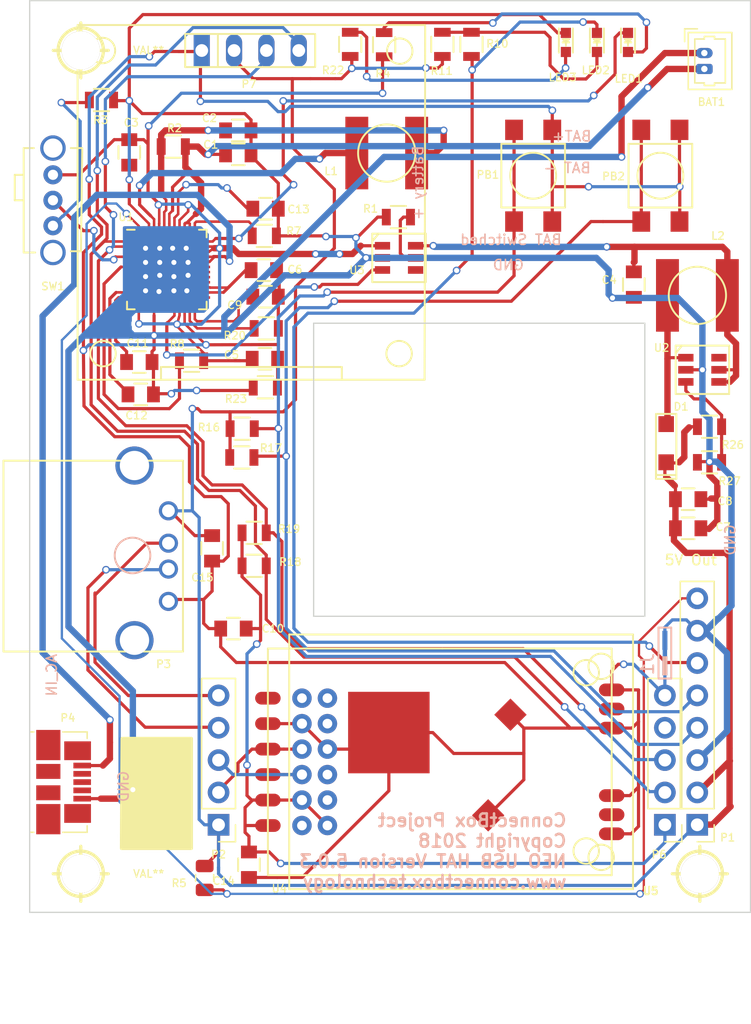
<source format=kicad_pcb>
(kicad_pcb (version 20171130) (host pcbnew "(6.0.0-rc1-dev-1413-ga48e89956)")
  (title_block (title "ConnectBox HAT") (date 2018-12-15) (rev 5.0.3))
  (layers (0 F.Cu signal) (31 B.Cu signal) (34 B.Paste user hide) (35 F.Paste user) (36 B.SilkS user) (37 F.SilkS user) (38 B.Mask user) (39 F.Mask user) (44 Edge.Cuts user))
  (net 0 "")
  (net 1 "Net-(L1-Pad2)")
  (net 2 "Net-(P2-Pad2)")
  (net 3 "Net-(P2-Pad3)")
  (net 4 "Net-(LED1-Pad2)")
  (net 5 "Net-(LED1-Pad1)")
  (net 6 "Net-(LED2-Pad2)")
  (net 7 "Net-(LED2-Pad1)")
  (net 8 "Net-(LED3-Pad2)")
  (net 9 "Net-(C2-Pad1)")
  (net 10 "Net-(C6-Pad2)")
  (net 11 "Net-(C9-Pad2)")
  (net 12 "Net-(D1-Pad2)")
  (net 13 /SDA)
  (net 14 /SCL)
  (net 15 "Net-(R7-Pad1)")
  (net 16 "Net-(R8-Pad1)")
  (net 17 "Net-(R20-Pad2)")
  (net 18 "Net-(R26-Pad2)")
  (net 19 /BAT+)
  (net 20 /GND)
  (net 21 /IPS_OUT)
  (net 22 /5V_OUT)
  (net 23 /AC_IN)
  (net 24 /A_GND)
  (net 25 /3v3)
  (net 26 "Net-(SW1-Pad2)")
  (net 27 "Net-(C11-Pad2)")
  (net 28 "Net-(C12-Pad2)")
  (net 29 "Net-(C13-Pad2)")
  (net 30 "Net-(C4-Pad1)")
  (net 31 "Net-(R1-Pad1)")
  (net 32 "Net-(R3-Pad1)")
  (net 33 "Net-(P2-Pad4)")
  (net 34 "Net-(U1-Pad20)")
  (net 35 /PG6)
  (net 36 /PG7)
  (net 37 "Net-(P2-Pad5)")
  (net 38 "Net-(P1-Pad8)")
  (module CustomComponents:OLED (layer F.Cu) (at 143.4084 66.6244)
    (fp_text reference P7 (at 3.7084 2.6308) (layer F.SilkS) (effects (font (size 0.6 0.6) (thickness 0.1))))
    (fp_text value Conn_01x04 hide)
    (pad 1 thru_hole rect (at 0 0) (size 1.27 2.54) (drill 1) (layers *.Cu *.Mask) (net 24 /A_GND))
    (pad 2 thru_hole oval (at 2.54 0) (size 1.27 2.54) (drill 1) (layers *.Cu *.Mask) (net 22 /5V_OUT))
    (pad 3 thru_hole oval (at 5.08 0) (size 1.27 2.54) (drill 1) (layers *.Cu *.Mask) (net 14 /SCL))
    (pad 4 thru_hole oval (at 7.62 0) (size 1.27 2.54) (drill 1) (layers *.Cu *.Mask) (net 13 /SDA))
  )
  (module CustomComponents:HC-R8812AU2 (layer F.Cu) (at 162.1028 122.4788 270)
    (fp_text reference U4 (at 9.9568 12.5984) (layer F.SilkS) (effects (font (size 0.6 0.6) (thickness 0.1))))
    (fp_text value "WiFi Module")
    (pad 6 smd oval (at -5 13.5 270) (size 1 2) (layers F.Cu F.Paste F.Mask))
    (pad 5 smd oval (at -3 13.5 270) (size 1 2) (layers F.Cu F.Paste F.Mask) (net 24 /A_GND))
    (pad 4 smd oval (at -1 13.5 270) (size 1 2) (layers F.Cu F.Paste F.Mask) (net 2 "Net-(P2-Pad2)"))
    (pad 3 smd oval (at 1 13.5 270) (size 1 2) (layers F.Cu F.Paste F.Mask) (net 3 "Net-(P2-Pad3)"))
    (pad 2 smd oval (at 3 13.5 270) (size 1 2) (layers F.Cu F.Paste F.Mask) (net 25 /3v3))
    (pad 1 smd oval (at 5 13.5 270) (size 1 2) (layers F.Cu F.Paste F.Mask) (net 25 /3v3))
    (pad 12 smd oval (at 5.65 -13.5 270) (size 1 2) (layers F.Cu F.Paste F.Mask) (net 24 /A_GND))
    (pad 7 smd oval (at -5.65 -13.5 270) (size 1 2) (layers F.Cu F.Paste F.Mask) (net 24 /A_GND))
    (pad 8 smd oval (at -4.15 -13.5 270) (size 1 2) (layers F.Cu F.Paste F.Mask))
    (pad 9 smd oval (at -2.65 -13.5 270) (size 1 2) (layers F.Cu F.Paste F.Mask) (net 24 /A_GND))
    (pad 10 smd oval (at 2.65 -13.5 270) (size 1 2) (layers F.Cu F.Paste F.Mask) (net 24 /A_GND))
    (pad 11 smd oval (at 4.15 -13.5 270) (size 1 2) (layers F.Cu F.Paste F.Mask))
    (pad 13 smd rect (at -2.3 4 270) (size 6.4 6.4) (layers F.Cu F.Paste F.Mask) (net 24 /A_GND))
    (pad 14 smd rect (at -3.7 -5.55 315) (size 1.8 1.8) (layers F.Cu F.Paste F.Mask) (net 24 /A_GND))
    (pad 15 smd rect (at 4.2 -3.8 315) (size 1.8 1.8) (layers F.Cu F.Paste F.Mask) (net 24 /A_GND))
  )
  (module Connector_PinHeader_2.54mm:PinHeader_1x08_P2.54mm_Vertical (layer F.Cu) (at 182.3212 127.422 180)
    (fp_text reference P1 (at -2.3876 -1.0004 180) (layer F.SilkS) (effects (font (size 0.6 0.6) (thickness 0.1))))
    (fp_text value Conn_01x08)
    (pad 1 thru_hole rect (at 0 0 180) (size 1.7 1.7) (drill 1) (layers *.Cu *.Mask) (net 22 /5V_OUT))
    (pad 2 thru_hole oval (at 0 2.54 180) (size 1.7 1.7) (drill 1) (layers *.Cu *.Mask) (net 22 /5V_OUT))
    (pad 3 thru_hole oval (at 0 5.08 180) (size 1.7 1.7) (drill 1) (layers *.Cu *.Mask) (net 20 /GND))
    (pad 4 thru_hole oval (at 0 7.62 180) (size 1.7 1.7) (drill 1) (layers *.Cu *.Mask) (net 35 /PG6))
    (pad 5 thru_hole oval (at 0 10.16 180) (size 1.7 1.7) (drill 1) (layers *.Cu *.Mask) (net 36 /PG7))
    (pad 6 thru_hole oval (at 0 12.7 180) (size 1.7 1.7) (drill 1) (layers *.Cu *.Mask) (net 7 "Net-(LED2-Pad1)"))
    (pad 7 thru_hole oval (at 0 15.24 180) (size 1.7 1.7) (drill 1) (layers *.Cu *.Mask) (net 20 /GND))
    (pad 8 thru_hole oval (at 0 17.78 180) (size 1.7 1.7) (drill 1) (layers *.Cu *.Mask) (net 38 "Net-(P1-Pad8)"))
  )
  (module w_details:hole_3mm (layer F.Cu) (at 133.9088 131.2672)
    (fp_text reference hole_3mm hide)
    (fp_text value VAL** (at 5.334 0) (layer F.SilkS) (effects (font (size 0.6 0.6) (thickness 0.1))))
    (pad 1 thru_hole circle (at 0 0) (size 2.99974 2.99974) (drill 2.99974) (layers *.Cu F.SilkS))
  )
  (module w_details:hole_3mm (layer F.Cu) (at 182.5244 131.2672)
    (fp_text reference hole_3mm hide)
    (fp_text value VAL** (at 5.334 0) (layer F.SilkS) (effects (font (size 0.6 0.6) (thickness 0.1))))
    (pad 1 thru_hole circle (at 0 0) (size 2.99974 2.99974) (drill 2.99974) (layers *.Cu F.SilkS))
  )
  (module w_details:hole_3mm (layer F.Cu) (at 133.9088 66.6144)
    (fp_text reference hole_3mm hide)
    (fp_text value VAL** (at 5.334 0) (layer F.SilkS) (effects (font (size 0.6 0.6) (thickness 0.1))))
    (pad 1 thru_hole circle (at 0 0) (size 2.99974 2.99974) (drill 2.99974) (layers *.Cu F.SilkS))
  )
  (module CustomComponents:SPDT-OS10211 (layer F.Cu) (at 131.7244 78.3844 270)
    (fp_text reference SW1 (at 6.7564 0) (layer F.SilkS) (effects (font (size 0.6 0.6) (thickness 0.1))))
    (fp_text value SPDT-2C)
    (pad 1 thru_hole circle (at -2 0 270) (size 1.5 1.5) (drill 0.8) (layers *.Cu *.Mask) (net 21 /IPS_OUT))
    (pad 2 thru_hole circle (at 0 0 270) (size 1.5 1.5) (drill 0.8) (layers *.Cu *.Mask) (net 26 "Net-(SW1-Pad2)"))
    (pad 3 thru_hole circle (at 2 0 270) (size 1.5 1.5) (drill 0.8) (layers *.Cu *.Mask) (net 32 "Net-(R3-Pad1)"))
    (pad "" thru_hole circle (at -4.1 0 270) (size 2 2) (drill 1.5) (layers *.Cu *.Mask))
    (pad "" thru_hole circle (at 4.1 0 270) (size 2 2) (drill 1.5) (layers *.Cu *.Mask))
  )
  (module LEDs:LED_0603 (layer F.Cu) (at 174.4452 65.9892 270)
    (fp_text reference LED2 (at 2.1844 0.0996) (layer F.SilkS) (effects (font (size 0.6 0.6) (thickness 0.1))))
    (fp_text value Amber)
    (pad 2 smd rect (at 0.7493 0 90) (size 0.79756 0.79756) (layers F.Cu F.Paste F.Mask) (net 6 "Net-(LED2-Pad2)"))
    (pad 1 smd rect (at -0.7493 0 90) (size 0.79756 0.79756) (layers F.Cu F.Paste F.Mask) (net 7 "Net-(LED2-Pad1)"))
  )
  (module Resistors_SMD:R_0805 (layer F.Cu) (at 164.592 66.1416 270)
    (fp_text reference R10 (at -0.0508 -2.032) (layer F.SilkS) (effects (font (size 0.6 0.6) (thickness 0.1))))
    (fp_text value 1K)
    (pad 1 smd rect (at -0.95 0 270) (size 0.7 1.3) (layers F.Cu F.Paste F.Mask) (net 6 "Net-(LED2-Pad2)"))
    (pad 2 smd rect (at 0.95 0 270) (size 0.7 1.3) (layers F.Cu F.Paste F.Mask) (net 7 "Net-(LED2-Pad1)"))
  )
  (module LEDs:LED_0603 (layer F.Cu) (at 176.8836 65.9892 270)
    (fp_text reference LED1 (at 2.8448 -0.0528) (layer F.SilkS) (effects (font (size 0.6 0.6) (thickness 0.1))))
    (fp_text value Red)
    (pad 2 smd rect (at 0.7493 0 90) (size 0.79756 0.79756) (layers F.Cu F.Paste F.Mask) (net 4 "Net-(LED1-Pad2)"))
    (pad 1 smd rect (at -0.7493 0 90) (size 0.79756 0.79756) (layers F.Cu F.Paste F.Mask) (net 5 "Net-(LED1-Pad1)"))
  )
  (module Resistors_SMD:R_0805 (layer F.Cu) (at 157.734 66.167 90)
    (fp_text reference R4 (at -2.2606 -0.1016 180) (layer F.SilkS) (effects (font (size 0.6 0.6) (thickness 0.1))))
    (fp_text value 1K)
    (pad 1 smd rect (at -0.95 0 90) (size 0.7 1.3) (layers F.Cu F.Paste F.Mask) (net 21 /IPS_OUT))
    (pad 2 smd rect (at 0.95 0 90) (size 0.7 1.3) (layers F.Cu F.Paste F.Mask) (net 4 "Net-(LED1-Pad2)"))
  )
  (module Resistors_SMD:R_0805 (layer F.Cu) (at 162.306 66.1416 90)
    (fp_text reference R11 (at -2.0828 -0.0508 180) (layer F.SilkS) (effects (font (size 0.6 0.6) (thickness 0.1))))
    (fp_text value 1K)
    (pad 1 smd rect (at -0.95 0 90) (size 0.7 1.3) (layers F.Cu F.Paste F.Mask) (net 22 /5V_OUT))
    (pad 2 smd rect (at 0.95 0 90) (size 0.7 1.3) (layers F.Cu F.Paste F.Mask) (net 6 "Net-(LED2-Pad2)"))
  )
  (module CustomComponents:USB_Micro-B_Molex_47346-0001 (layer F.Cu) (at 132.6896 124.0692)
    (fp_text reference P4 (at 0.2032 -5.0448) (layer F.SilkS) (effects (font (size 0.6 0.6) (thickness 0.1))))
    (fp_text value USB_OTG-1 hide)
    (pad 1 smd rect (at 1.33 -1.3) (size 1.38 0.45) (layers F.Cu F.Paste F.Mask) (net 23 /AC_IN))
    (pad 2 smd rect (at 1.33 -0.65) (size 1.38 0.45) (layers F.Cu F.Paste F.Mask))
    (pad 3 smd rect (at 1.33 0) (size 1.38 0.45) (layers F.Cu F.Paste F.Mask))
    (pad 4 smd rect (at 1.33 0.65) (size 1.38 0.45) (layers F.Cu F.Paste F.Mask))
    (pad 5 smd rect (at 1.33 1.3) (size 1.38 0.45) (layers F.Cu F.Paste F.Mask) (net 20 /GND))
    (pad "" smd rect (at 0.97 -2.4625) (size 2.1 1.475) (layers F.Cu F.Paste F.Mask))
    (pad "" smd rect (at 0.97 2.4625) (size 2.1 1.475) (layers F.Cu F.Paste F.Mask))
    (pad 6 smd rect (at -1.33 -2.91) (size 1.9 2.375) (layers F.Cu F.Paste F.Mask))
    (pad "" smd rect (at -1.33 2.91) (size 1.9 2.375) (layers F.Cu F.Paste F.Mask))
    (pad "" smd rect (at -1.33 -0.84) (size 1.9 1.175) (layers F.Cu F.Paste F.Mask))
    (pad "" smd rect (at -1.33 0.84) (size 1.9 1.175) (layers F.Cu F.Paste F.Mask))
  )
  (module CustomComponents:SW-TL3305 (layer F.Cu) (at 169.4368 76.454 90)
    (fp_text reference PB1 (at 0.0762 -3.556 180) (layer F.SilkS) (effects (font (size 0.6 0.6) (thickness 0.1))))
    (fp_text value SPST-PUSH)
    (pad 1 smd rect (at -3.6 -1.5 90) (size 1.6 1.4) (layers F.Cu F.Paste F.Mask) (net 35 /PG6))
    (pad 2 smd rect (at -3.6 1.5 90) (size 1.6 1.4) (layers F.Cu F.Paste F.Mask) (net 24 /A_GND))
    (pad 1 smd rect (at 3.6 -1.5 90) (size 1.6 1.4) (layers F.Cu F.Paste F.Mask) (net 35 /PG6))
    (pad 2 smd rect (at 3.6 1.5 90) (size 1.6 1.4) (layers F.Cu F.Paste F.Mask) (net 24 /A_GND))
  )
  (module CustomComponents:SW-TL3305 (layer F.Cu) (at 179.4284 76.454 90)
    (fp_text reference PB2 (at -0.0508 -3.683 180) (layer F.SilkS) (effects (font (size 0.6 0.6) (thickness 0.1))))
    (fp_text value SPST-PUSH)
    (pad 1 smd rect (at -3.6 -1.5 90) (size 1.6 1.4) (layers F.Cu F.Paste F.Mask) (net 36 /PG7))
    (pad 2 smd rect (at -3.6 1.5 90) (size 1.6 1.4) (layers F.Cu F.Paste F.Mask) (net 24 /A_GND))
    (pad 1 smd rect (at 3.6 -1.5 90) (size 1.6 1.4) (layers F.Cu F.Paste F.Mask) (net 36 /PG7))
    (pad 2 smd rect (at 3.6 1.5 90) (size 1.6 1.4) (layers F.Cu F.Paste F.Mask) (net 24 /A_GND))
  )
  (module LEDs:LED_0603 (layer F.Cu) (at 172.0068 65.9892 270)
    (fp_text reference LED3 (at 2.7432 0.252) (layer F.SilkS) (effects (font (size 0.6 0.6) (thickness 0.1))))
    (fp_text value Green)
    (pad 2 smd rect (at 0.7493 0 90) (size 0.79756 0.79756) (layers F.Cu F.Paste F.Mask) (net 8 "Net-(LED3-Pad2)"))
    (pad 1 smd rect (at -0.7493 0 90) (size 0.79756 0.79756) (layers F.Cu F.Paste F.Mask) (net 20 /GND))
  )
  (module Resistors_SMD:R_0805 (layer F.Cu) (at 155.067 66.1416 90)
    (fp_text reference R22 (at -2.032 -1.3462 180) (layer F.SilkS) (effects (font (size 0.6 0.6) (thickness 0.1))))
    (fp_text value 1K)
    (pad 1 smd rect (at -0.95 0 90) (size 0.7 1.3) (layers F.Cu F.Paste F.Mask) (net 22 /5V_OUT))
    (pad 2 smd rect (at 0.95 0 90) (size 0.7 1.3) (layers F.Cu F.Paste F.Mask) (net 8 "Net-(LED3-Pad2)"))
  )
  (module Capacitors_SMD:C_0805 (layer F.Cu) (at 146.2786 74.7776)
    (fp_text reference C1 (at -2.159 -0.762) (layer F.SilkS) (effects (font (size 0.6 0.6) (thickness 0.1))))
    (fp_text value 10uF)
    (pad 1 smd rect (at -1 0) (size 1 1.25) (layers F.Cu F.Paste F.Mask) (net 19 /BAT+))
    (pad 2 smd rect (at 1 0) (size 1 1.25) (layers F.Cu F.Paste F.Mask) (net 20 /GND))
  )
  (module Capacitors_SMD:C_0805 (layer F.Cu) (at 146.2786 72.898)
    (fp_text reference C2 (at -2.2606 -0.9652) (layer F.SilkS) (effects (font (size 0.6 0.6) (thickness 0.1))))
    (fp_text value 10uF)
    (pad 1 smd rect (at -1 0) (size 1 1.25) (layers F.Cu F.Paste F.Mask) (net 9 "Net-(C2-Pad1)"))
    (pad 2 smd rect (at 1 0) (size 1 1.25) (layers F.Cu F.Paste F.Mask) (net 20 /GND))
  )
  (module Capacitors_SMD:C_0805 (layer F.Cu) (at 137.7188 74.6252 270)
    (fp_text reference C3 (at -2.3368 -0.1524) (layer F.SilkS) (effects (font (size 0.6 0.6) (thickness 0.1))))
    (fp_text value 10uF)
    (pad 1 smd rect (at -1 0 270) (size 1 1.25) (layers F.Cu F.Paste F.Mask) (net 21 /IPS_OUT))
    (pad 2 smd rect (at 1 0 270) (size 1 1.25) (layers F.Cu F.Paste F.Mask) (net 20 /GND))
  )
  (module Capacitors_SMD:C_0805 (layer F.Cu) (at 177.3428 85.0044 270)
    (fp_text reference C4 (at -0.3716 1.9304 180) (layer F.SilkS) (effects (font (size 0.6 0.6) (thickness 0.1))))
    (fp_text value 10uF)
    (pad 1 smd rect (at -1 0 270) (size 1 1.25) (layers F.Cu F.Paste F.Mask) (net 30 "Net-(C4-Pad1)"))
    (pad 2 smd rect (at 1 0 270) (size 1 1.25) (layers F.Cu F.Paste F.Mask) (net 20 /GND))
  )
  (module Capacitors_SMD:C_0805 (layer F.Cu) (at 148.3708 90.8304 180)
    (fp_text reference C5 (at 2.6256 0.3048 180) (layer F.SilkS) (effects (font (size 0.6 0.6) (thickness 0.1))))
    (fp_text value 10uF)
    (pad 1 smd rect (at -1 0 180) (size 1 1.25) (layers F.Cu F.Paste F.Mask) (net 24 /A_GND))
    (pad 2 smd rect (at 1 0 180) (size 1 1.25) (layers F.Cu F.Paste F.Mask) (net 21 /IPS_OUT))
  )
  (module Capacitors_SMD:C_0805 (layer F.Cu) (at 148.2852 83.8708 180)
    (fp_text reference C6 (at -2.4384 0.0508 180) (layer F.SilkS) (effects (font (size 0.6 0.6) (thickness 0.1))))
    (fp_text value 1uF)
    (pad 1 smd rect (at -1 0 180) (size 1 1.25) (layers F.Cu F.Paste F.Mask) (net 24 /A_GND))
    (pad 2 smd rect (at 1 0 180) (size 1 1.25) (layers F.Cu F.Paste F.Mask) (net 10 "Net-(C6-Pad2)"))
  )
  (module Capacitors_SMD:C_0805 (layer F.Cu) (at 181.61 104.14)
    (fp_text reference C7 (at 2.7432 -0.1016 180) (layer F.SilkS) (effects (font (size 0.6 0.6) (thickness 0.1))))
    (fp_text value 22uF)
    (pad 1 smd rect (at -1 0) (size 1 1.25) (layers F.Cu F.Paste F.Mask) (net 22 /5V_OUT))
    (pad 2 smd rect (at 1 0) (size 1 1.25) (layers F.Cu F.Paste F.Mask) (net 20 /GND))
  )
  (module Capacitors_SMD:C_0805 (layer F.Cu) (at 181.61 101.854)
    (fp_text reference C8 (at 2.8956 0.1524 180) (layer F.SilkS) (effects (font (size 0.6 0.6) (thickness 0.1))))
    (fp_text value 22uF)
    (pad 1 smd rect (at -1 0) (size 1 1.25) (layers F.Cu F.Paste F.Mask) (net 22 /5V_OUT))
    (pad 2 smd rect (at 1 0) (size 1 1.25) (layers F.Cu F.Paste F.Mask) (net 20 /GND))
  )
  (module Capacitors_SMD:C_0805 (layer F.Cu) (at 148.4216 85.9536 180)
    (fp_text reference C9 (at 2.4224 -0.6604 180) (layer F.SilkS) (effects (font (size 0.6 0.6) (thickness 0.1))))
    (fp_text value 1uF)
    (pad 1 smd rect (at -1 0 180) (size 1 1.25) (layers F.Cu F.Paste F.Mask) (net 24 /A_GND))
    (pad 2 smd rect (at 1 0 180) (size 1 1.25) (layers F.Cu F.Paste F.Mask) (net 11 "Net-(C9-Pad2)"))
  )
  (module Resistors_SMD:R_0805 (layer F.Cu) (at 141.1732 74.168 180)
    (fp_text reference R2 (at -0.1016 1.4478 180) (layer F.SilkS) (effects (font (size 0.6 0.6) (thickness 0.1))))
    (fp_text value "0.03 ohm")
    (pad 1 smd rect (at -0.95 0 180) (size 0.7 1.3) (layers F.Cu F.Paste F.Mask) (net 19 /BAT+))
    (pad 2 smd rect (at 0.95 0 180) (size 0.7 1.3) (layers F.Cu F.Paste F.Mask) (net 9 "Net-(C2-Pad1)"))
  )
  (module Resistors_SMD:R_0805 (layer F.Cu) (at 148.3208 81.1784)
    (fp_text reference R7 (at 2.3114 -0.381) (layer F.SilkS) (effects (font (size 0.6 0.6) (thickness 0.1))))
    (fp_text value 100)
    (pad 1 smd rect (at -0.95 0) (size 0.7 1.3) (layers F.Cu F.Paste F.Mask) (net 15 "Net-(R7-Pad1)"))
    (pad 2 smd rect (at 0.95 0) (size 0.7 1.3) (layers F.Cu F.Paste F.Mask) (net 20 /GND))
  )
  (module Resistors_SMD:R_0805 (layer F.Cu) (at 142.6108 90.9828)
    (fp_text reference R8 (at -1.1328 -1.3208) (layer F.SilkS) (effects (font (size 0.6 0.6) (thickness 0.1))))
    (fp_text value 10K)
    (pad 1 smd rect (at -0.95 0) (size 0.7 1.3) (layers F.Cu F.Paste F.Mask) (net 16 "Net-(R8-Pad1)"))
    (pad 2 smd rect (at 0.95 0) (size 0.7 1.3) (layers F.Cu F.Paste F.Mask) (net 21 /IPS_OUT))
  )
  (module Resistors_SMD:R_0805 (layer F.Cu) (at 146.5834 96.3168 180)
    (fp_text reference R16 (at 2.6162 0.1016 180) (layer F.SilkS) (effects (font (size 0.6 0.6) (thickness 0.1))))
    (fp_text value 10K)
    (pad 1 smd rect (at -0.95 0 180) (size 0.7 1.3) (layers F.Cu F.Paste F.Mask) (net 35 /PG6))
    (pad 2 smd rect (at 0.95 0 180) (size 0.7 1.3) (layers F.Cu F.Paste F.Mask) (net 22 /5V_OUT))
  )
  (module Resistors_SMD:R_0805 (layer F.Cu) (at 146.558 98.5774 180)
    (fp_text reference R17 (at -2.286 0.7366 180) (layer F.SilkS) (effects (font (size 0.6 0.6) (thickness 0.1))))
    (fp_text value 10K)
    (pad 1 smd rect (at -0.95 0 180) (size 0.7 1.3) (layers F.Cu F.Paste F.Mask) (net 36 /PG7))
    (pad 2 smd rect (at 0.95 0 180) (size 0.7 1.3) (layers F.Cu F.Paste F.Mask) (net 22 /5V_OUT))
  )
  (module Resistors_SMD:R_0805 (layer F.Cu) (at 148.4732 88.4428 180)
    (fp_text reference R20 (at 2.474 -0.5588 180) (layer F.SilkS) (effects (font (size 0.6 0.6) (thickness 0.1))))
    (fp_text value 200K)
    (pad 1 smd rect (at -0.95 0 180) (size 0.7 1.3) (layers F.Cu F.Paste F.Mask) (net 24 /A_GND))
    (pad 2 smd rect (at 0.95 0 180) (size 0.7 1.3) (layers F.Cu F.Paste F.Mask) (net 17 "Net-(R20-Pad2)"))
  )
  (module Resistors_SMD:R_0805 (layer F.Cu) (at 148.402 93.0656)
    (fp_text reference R23 (at -2.3012 0.9144) (layer F.SilkS) (effects (font (size 0.6 0.6) (thickness 0.1))))
    (fp_text value 0)
    (pad 1 smd rect (at -0.95 0) (size 0.7 1.3) (layers F.Cu F.Paste F.Mask) (net 20 /GND))
    (pad 2 smd rect (at 0.95 0) (size 0.7 1.3) (layers F.Cu F.Paste F.Mask) (net 24 /A_GND))
  )
  (module Resistors_SMD:R_0805 (layer F.Cu) (at 183.2864 96.1644)
    (fp_text reference R26 (at 1.8288 1.4224 180) (layer F.SilkS) (effects (font (size 0.6 0.6) (thickness 0.1))))
    (fp_text value 200K)
    (pad 1 smd rect (at -0.95 0) (size 0.7 1.3) (layers F.Cu F.Paste F.Mask) (net 22 /5V_OUT))
    (pad 2 smd rect (at 0.95 0) (size 0.7 1.3) (layers F.Cu F.Paste F.Mask) (net 18 "Net-(R26-Pad2)"))
  )
  (module Resistors_SMD:R_0805 (layer F.Cu) (at 183.2864 98.9584 180)
    (fp_text reference R27 (at -1.5748 -1.4732) (layer F.SilkS) (effects (font (size 0.6 0.6) (thickness 0.1))))
    (fp_text value 27.0K)
    (pad 1 smd rect (at -0.95 0 180) (size 0.7 1.3) (layers F.Cu F.Paste F.Mask) (net 18 "Net-(R26-Pad2)"))
    (pad 2 smd rect (at 0.95 0 180) (size 0.7 1.3) (layers F.Cu F.Paste F.Mask) (net 20 /GND))
  )
  (module CustomComponents:SOT-23-6a (layer F.Cu) (at 182.7276 91.694)
    (fp_text reference U2 (at -3.2004 -1.7272) (layer F.SilkS) (effects (font (size 0.6 0.6) (thickness 0.1))))
    (fp_text value MT3608)
    (pad 1 smd rect (at -1.3 -0.95) (size 1.2 0.6) (layers F.Cu F.Paste F.Mask) (net 12 "Net-(D1-Pad2)"))
    (pad 2 smd rect (at -1.3 0) (size 1.2 0.6) (layers F.Cu F.Paste F.Mask) (net 20 /GND))
    (pad 3 smd rect (at -1.3 0.95) (size 1.2 0.6) (layers F.Cu F.Paste F.Mask) (net 18 "Net-(R26-Pad2)"))
    (pad 4 smd rect (at 1.3 0.95) (size 1.2 0.6) (layers F.Cu F.Paste F.Mask) (net 30 "Net-(C4-Pad1)"))
    (pad 6 smd rect (at 1.3 -0.95) (size 1.2 0.6) (layers F.Cu F.Paste F.Mask))
    (pad 5 smd rect (at 1.3 0) (size 1.2 0.6) (layers F.Cu F.Paste F.Mask) (net 30 "Net-(C4-Pad1)"))
  )
  (module Resistors_SMD:R_0805 (layer F.Cu) (at 147.5232 107.0864 180)
    (fp_text reference R18 (at -2.8448 0.3048) (layer F.SilkS) (effects (font (size 0.6 0.6) (thickness 0.1))))
    (fp_text value 2.2K)
    (pad 1 smd rect (at -0.95 0 180) (size 0.7 1.3) (layers F.Cu F.Paste F.Mask) (net 13 /SDA))
    (pad 2 smd rect (at 0.95 0 180) (size 0.7 1.3) (layers F.Cu F.Paste F.Mask) (net 25 /3v3))
  )
  (module Resistors_SMD:R_0805 (layer F.Cu) (at 147.5232 104.4956 180)
    (fp_text reference R19 (at -2.7432 0.3048) (layer F.SilkS) (effects (font (size 0.6 0.6) (thickness 0.1))))
    (fp_text value 2.2K)
    (pad 1 smd rect (at -0.95 0 180) (size 0.7 1.3) (layers F.Cu F.Paste F.Mask) (net 14 /SCL))
    (pad 2 smd rect (at 0.95 0 180) (size 0.7 1.3) (layers F.Cu F.Paste F.Mask) (net 25 /3v3))
  )
  (module CustomComponents:ProbePad (layer F.Cu) (at 137.9728 106.2736)
    (fp_text reference TP_IPS_OUT1 hide)
    (fp_text value TestPoint)
  )
  (module Capacitors_SMD:C_0805 (layer F.Cu) (at 145.8976 112.014 180)
    (fp_text reference C10 (at -3.0988 0 180) (layer F.SilkS) (effects (font (size 0.6 0.6) (thickness 0.1))))
    (fp_text value 1uF)
    (pad 1 smd rect (at -1 0 180) (size 1 1.25) (layers F.Cu F.Paste F.Mask) (net 25 /3v3))
    (pad 2 smd rect (at 1 0 180) (size 1 1.25) (layers F.Cu F.Paste F.Mask) (net 24 /A_GND))
  )
  (module Capacitors_SMD:C_0805 (layer F.Cu) (at 138.5062 91.0844 180)
    (fp_text reference C11 (at 0.127 1.4732 180) (layer F.SilkS) (effects (font (size 0.6 0.6) (thickness 0.1))))
    (fp_text value 4.7uF)
    (pad 1 smd rect (at -1 0 180) (size 1 1.25) (layers F.Cu F.Paste F.Mask) (net 20 /GND))
    (pad 2 smd rect (at 1 0 180) (size 1 1.25) (layers F.Cu F.Paste F.Mask) (net 27 "Net-(C11-Pad2)"))
  )
  (module Capacitors_SMD:C_0805 (layer F.Cu) (at 138.6172 93.6244 180)
    (fp_text reference C12 (at 0.3302 -1.651 180) (layer F.SilkS) (effects (font (size 0.6 0.6) (thickness 0.1))))
    (fp_text value 4.7uF)
    (pad 1 smd rect (at -1 0 180) (size 1 1.25) (layers F.Cu F.Paste F.Mask) (net 20 /GND))
    (pad 2 smd rect (at 1 0 180) (size 1 1.25) (layers F.Cu F.Paste F.Mask) (net 28 "Net-(C12-Pad2)"))
  )
  (module Capacitors_SMD:C_0805 (layer F.Cu) (at 148.4216 79.0448 180)
    (fp_text reference C13 (at -2.5908 -0.0508 180) (layer F.SilkS) (effects (font (size 0.6 0.6) (thickness 0.1))))
    (fp_text value 4.7uF)
    (pad 1 smd rect (at -1 0 180) (size 1 1.25) (layers F.Cu F.Paste F.Mask) (net 20 /GND))
    (pad 2 smd rect (at 1 0 180) (size 1 1.25) (layers F.Cu F.Paste F.Mask) (net 29 "Net-(C13-Pad2)"))
  )
  (module Resistors_SMD:R_0805 (layer F.Cu) (at 158.8516 79.7052 180)
    (fp_text reference R1 (at 2.1844 0.6604) (layer F.SilkS) (effects (font (size 0.6 0.6) (thickness 0.1))))
    (fp_text value 162)
    (pad 1 smd rect (at -0.95 0 180) (size 0.7 1.3) (layers F.Cu F.Paste F.Mask) (net 31 "Net-(R1-Pad1)"))
    (pad 2 smd rect (at 0.95 0 180) (size 0.7 1.3) (layers F.Cu F.Paste F.Mask) (net 20 /GND))
  )
  (module CustomComponents:SOT-23-6a (layer F.Cu) (at 158.9024 82.9056)
    (fp_text reference U3 (at -3.302 0.9652) (layer F.SilkS) (effects (font (size 0.6 0.6) (thickness 0.1))))
    (fp_text value MIC2019)
    (pad 1 smd rect (at -1.3 -0.95) (size 1.2 0.6) (layers F.Cu F.Paste F.Mask) (net 21 /IPS_OUT))
    (pad 2 smd rect (at -1.3 0) (size 1.2 0.6) (layers F.Cu F.Paste F.Mask) (net 20 /GND))
    (pad 3 smd rect (at -1.3 0.95) (size 1.2 0.6) (layers F.Cu F.Paste F.Mask) (net 34 "Net-(U1-Pad20)"))
    (pad 4 smd rect (at 1.3 0.95) (size 1.2 0.6) (layers F.Cu F.Paste F.Mask))
    (pad 6 smd rect (at 1.3 -0.95) (size 1.2 0.6) (layers F.Cu F.Paste F.Mask) (net 30 "Net-(C4-Pad1)"))
    (pad 5 smd rect (at 1.3 0) (size 1.2 0.6) (layers F.Cu F.Paste F.Mask) (net 31 "Net-(R1-Pad1)"))
  )
  (module CustomComponents:INDUCTOR_SMD_6x6-1 (layer F.Cu) (at 157.9372 74.676 270)
    (fp_text reference L1 (at 1.4224 4.3688 180) (layer F.SilkS) (effects (font (size 0.6 0.6) (thickness 0.1))))
    (fp_text value "4.7 uH")
    (pad 1 smd rect (at 0 -2.35 270) (size 5.7 1.8) (layers F.Cu F.Paste F.Mask) (net 9 "Net-(C2-Pad1)"))
    (pad 2 smd rect (at 0 2.35 270) (size 5.7 1.8) (layers F.Cu F.Paste F.Mask) (net 1 "Net-(L1-Pad2)"))
  )
  (module CustomComponents:INDUCTOR_SMD_6x6-1 (layer F.Cu) (at 182.3344 85.852 270)
    (fp_text reference L2 (at -4.6736 -1.6124 180) (layer F.SilkS) (effects (font (size 0.6 0.6) (thickness 0.1))))
    (fp_text value "4.7 uH")
    (pad 1 smd rect (at 0 -2.35 270) (size 5.7 1.8) (layers F.Cu F.Paste F.Mask) (net 30 "Net-(C4-Pad1)"))
    (pad 2 smd rect (at 0 2.35 270) (size 5.7 1.8) (layers F.Cu F.Paste F.Mask) (net 12 "Net-(D1-Pad2)"))
  )
  (module Resistors_SMD:R_0805 (layer F.Cu) (at 135.5344 70.5104)
    (fp_text reference R3 (at -0.0508 1.5748) (layer F.SilkS) (effects (font (size 0.6 0.6) (thickness 0.1))))
    (fp_text value 1K)
    (pad 1 smd rect (at -0.95 0) (size 0.7 1.3) (layers F.Cu F.Paste F.Mask) (net 32 "Net-(R3-Pad1)"))
    (pad 2 smd rect (at 0.95 0) (size 0.7 1.3) (layers F.Cu F.Paste F.Mask) (net 20 /GND))
  )
  (module Capacitors_SMD:C_0805 (layer F.Cu) (at 147.1168 130.556 270)
    (fp_text reference C14 (at 1.27 1.9812 180) (layer F.SilkS) (effects (font (size 0.6 0.6) (thickness 0.1))))
    (fp_text value 22uF)
    (pad 1 smd rect (at -1 0 270) (size 1 1.25) (layers F.Cu F.Paste F.Mask) (net 25 /3v3))
    (pad 2 smd rect (at 1 0 270) (size 1 1.25) (layers F.Cu F.Paste F.Mask) (net 24 /A_GND))
  )
  (module CustomComponents:SOD-123FL (layer F.Cu) (at 179.8828 97.4584 90)
    (fp_text reference D1 (at 2.8688 1.1684 180) (layer F.SilkS) (effects (font (size 0.6 0.6) (thickness 0.1))))
    (fp_text value NRVTS260ESFT1G)
    (pad 1 smd rect (at -1.5 0 90) (size 1.25 1.22) (layers F.Cu F.Paste F.Mask) (net 22 /5V_OUT))
    (pad 2 smd rect (at 1.5 0 90) (size 1.25 1.22) (layers F.Cu F.Paste F.Mask) (net 12 "Net-(D1-Pad2)"))
  )
  (module CustomComponents:UQFN-48-1EP_6x6mm_Pitch0.4mm_75 (layer F.Cu) (at 140.6652 83.82)
    (fp_text reference U1 (at -3.2004 -4.1148) (layer F.SilkS) (effects (font (size 0.6 0.6) (thickness 0.1))))
    (fp_text value AXP209)
    (pad 1 smd rect (at -3 -2.2) (size 0.8 0.2) (layers F.Cu F.Paste F.Mask) (net 13 /SDA))
    (pad 2 smd rect (at -3 -1.8) (size 0.8 0.2) (layers F.Cu F.Paste F.Mask) (net 14 /SCL))
    (pad 3 smd rect (at -3 -1.4) (size 0.8 0.2) (layers F.Cu F.Paste F.Mask))
    (pad 4 smd rect (at -3 -1) (size 0.8 0.2) (layers F.Cu F.Paste F.Mask) (net 26 "Net-(SW1-Pad2)"))
    (pad 5 smd rect (at -3 -0.6) (size 0.8 0.2) (layers F.Cu F.Paste F.Mask))
    (pad 6 smd rect (at -3 -0.2) (size 0.8 0.2) (layers F.Cu F.Paste F.Mask) (net 16 "Net-(R8-Pad1)"))
    (pad 7 smd rect (at -3 0.2) (size 0.8 0.2) (layers F.Cu F.Paste F.Mask))
    (pad 8 smd rect (at -3 0.6) (size 0.8 0.2) (layers F.Cu F.Paste F.Mask))
    (pad 9 smd rect (at -3 1) (size 0.8 0.2) (layers F.Cu F.Paste F.Mask) (net 20 /GND))
    (pad 10 smd rect (at -3 1.4) (size 0.8 0.2) (layers F.Cu F.Paste F.Mask))
    (pad 11 smd rect (at -3 1.8) (size 0.8 0.2) (layers F.Cu F.Paste F.Mask) (net 28 "Net-(C12-Pad2)"))
    (pad 12 smd rect (at -3 2.2) (size 0.8 0.2) (layers F.Cu F.Paste F.Mask) (net 27 "Net-(C11-Pad2)"))
    (pad 13 smd rect (at -2.2 3 90) (size 0.8 0.2) (layers F.Cu F.Paste F.Mask) (net 21 /IPS_OUT))
    (pad 14 smd rect (at -1.8 3 90) (size 0.8 0.2) (layers F.Cu F.Paste F.Mask))
    (pad 15 smd rect (at -1.4 3 90) (size 0.8 0.2) (layers F.Cu F.Paste F.Mask))
    (pad 16 smd rect (at -1 3 90) (size 0.8 0.2) (layers F.Cu F.Paste F.Mask) (net 20 /GND))
    (pad 17 smd rect (at -0.6 3 90) (size 0.8 0.2) (layers F.Cu F.Paste F.Mask))
    (pad 18 smd rect (at -0.2 3 90) (size 0.8 0.2) (layers F.Cu F.Paste F.Mask))
    (pad 19 smd rect (at 0.2 3 90) (size 0.8 0.2) (layers F.Cu F.Paste F.Mask))
    (pad 20 smd rect (at 0.6 3 90) (size 0.8 0.2) (layers F.Cu F.Paste F.Mask) (net 34 "Net-(U1-Pad20)"))
    (pad 21 smd rect (at 1 3 90) (size 0.8 0.2) (layers F.Cu F.Paste F.Mask) (net 21 /IPS_OUT))
    (pad 22 smd rect (at 1.4 3 90) (size 0.8 0.2) (layers F.Cu F.Paste F.Mask) (net 24 /A_GND))
    (pad 23 smd rect (at 1.8 3 90) (size 0.8 0.2) (layers F.Cu F.Paste F.Mask) (net 17 "Net-(R20-Pad2)"))
    (pad 24 smd rect (at 2.2 3 90) (size 0.8 0.2) (layers F.Cu F.Paste F.Mask) (net 11 "Net-(C9-Pad2)"))
    (pad 25 smd rect (at 3 2.2) (size 0.8 0.2) (layers F.Cu F.Paste F.Mask))
    (pad 26 smd rect (at 3 1.8) (size 0.8 0.2) (layers F.Cu F.Paste F.Mask) (net 10 "Net-(C6-Pad2)"))
    (pad 27 smd rect (at 3 1.4) (size 0.8 0.2) (layers F.Cu F.Paste F.Mask) (net 10 "Net-(C6-Pad2)"))
    (pad 28 smd rect (at 3 1) (size 0.8 0.2) (layers F.Cu F.Paste F.Mask))
    (pad 29 smd rect (at 3 0.6) (size 0.8 0.2) (layers F.Cu F.Paste F.Mask))
    (pad 30 smd rect (at 3 0.2) (size 0.8 0.2) (layers F.Cu F.Paste F.Mask))
    (pad 31 smd rect (at 3 -0.2) (size 0.8 0.2) (layers F.Cu F.Paste F.Mask))
    (pad 32 smd rect (at 3 -0.6) (size 0.8 0.2) (layers F.Cu F.Paste F.Mask) (net 23 /AC_IN))
    (pad 33 smd rect (at 3 -1) (size 0.8 0.2) (layers F.Cu F.Paste F.Mask) (net 23 /AC_IN))
    (pad 34 smd rect (at 3 -1.4) (size 0.8 0.2) (layers F.Cu F.Paste F.Mask) (net 21 /IPS_OUT))
    (pad 35 smd rect (at 3 -1.8) (size 0.8 0.2) (layers F.Cu F.Paste F.Mask) (net 21 /IPS_OUT))
    (pad 36 smd rect (at 3 -2.2) (size 0.8 0.2) (layers F.Cu F.Paste F.Mask) (net 5 "Net-(LED1-Pad1)"))
    (pad 37 smd rect (at 2.2 -3 90) (size 0.8 0.2) (layers F.Cu F.Paste F.Mask) (net 15 "Net-(R7-Pad1)"))
    (pad 38 smd rect (at 1.8 -3 90) (size 0.8 0.2) (layers F.Cu F.Paste F.Mask) (net 19 /BAT+))
    (pad 39 smd rect (at 1.4 -3 90) (size 0.8 0.2) (layers F.Cu F.Paste F.Mask) (net 19 /BAT+))
    (pad 40 smd rect (at 1 -3 90) (size 0.8 0.2) (layers F.Cu F.Paste F.Mask) (net 21 /IPS_OUT))
    (pad 41 smd rect (at 0.6 -3 90) (size 0.8 0.2) (layers F.Cu F.Paste F.Mask) (net 29 "Net-(C13-Pad2)"))
    (pad 42 smd rect (at 0.2 -3 90) (size 0.8 0.2) (layers F.Cu F.Paste F.Mask) (net 19 /BAT+))
    (pad 43 smd rect (at -0.2 -3 90) (size 0.8 0.2) (layers F.Cu F.Paste F.Mask) (net 9 "Net-(C2-Pad1)"))
    (pad 44 smd rect (at -0.6 -3 90) (size 0.8 0.2) (layers F.Cu F.Paste F.Mask) (net 21 /IPS_OUT))
    (pad 45 smd rect (at -1 -3 90) (size 0.8 0.2) (layers F.Cu F.Paste F.Mask) (net 1 "Net-(L1-Pad2)"))
    (pad 46 smd rect (at -1.4 -3 90) (size 0.8 0.2) (layers F.Cu F.Paste F.Mask) (net 20 /GND))
    (pad 47 smd rect (at -1.8 -3 90) (size 0.8 0.2) (layers F.Cu F.Paste F.Mask))
    (pad 48 smd rect (at -2.2 -3 90) (size 0.8 0.2) (layers F.Cu F.Paste F.Mask) (net 38 "Net-(P1-Pad8)"))
    (pad 49 smd rect (at 1.66875 1.66875) (size 1.1125 1.1125) (layers F.Cu F.Paste F.Mask) (net 20 /GND))
    (pad 49 smd rect (at 1.66875 0.55625) (size 1.1125 1.1125) (layers F.Cu F.Paste F.Mask) (net 20 /GND))
    (pad 49 smd rect (at 1.66875 -0.55625) (size 1.1125 1.1125) (layers F.Cu F.Paste F.Mask) (net 20 /GND))
    (pad 49 smd rect (at 1.66875 -1.66875) (size 1.1125 1.1125) (layers F.Cu F.Paste F.Mask) (net 20 /GND))
    (pad 49 smd rect (at 0.55625 1.66875) (size 1.1125 1.1125) (layers F.Cu F.Paste F.Mask) (net 20 /GND))
    (pad 49 smd rect (at 0.55625 0.55625) (size 1.1125 1.1125) (layers F.Cu F.Paste F.Mask) (net 20 /GND))
    (pad 49 smd rect (at 0.55625 -0.55625) (size 1.1125 1.1125) (layers F.Cu F.Paste F.Mask) (net 20 /GND))
    (pad 49 smd rect (at 0.55625 -1.66875) (size 1.1125 1.1125) (layers F.Cu F.Paste F.Mask) (net 20 /GND))
    (pad 49 smd rect (at -0.55625 1.66875) (size 1.1125 1.1125) (layers F.Cu F.Paste F.Mask) (net 20 /GND))
    (pad 49 smd rect (at -0.55625 0.55625) (size 1.1125 1.1125) (layers F.Cu F.Paste F.Mask) (net 20 /GND))
    (pad 49 smd rect (at -0.55625 -0.55625) (size 1.1125 1.1125) (layers F.Cu F.Paste F.Mask) (net 20 /GND))
    (pad 49 smd rect (at -0.55625 -1.66875) (size 1.1125 1.1125) (layers F.Cu F.Paste F.Mask) (net 20 /GND))
    (pad 49 smd rect (at -1.66875 1.66875) (size 1.1125 1.1125) (layers F.Cu F.Paste F.Mask) (net 20 /GND))
    (pad 49 smd rect (at -1.66875 0.55625) (size 1.1125 1.1125) (layers F.Cu F.Paste F.Mask) (net 20 /GND))
    (pad 49 smd rect (at -1.66875 -0.55625) (size 1.1125 1.1125) (layers F.Cu F.Paste F.Mask) (net 20 /GND))
    (pad 49 smd rect (at -1.66875 -1.66875) (size 1.1125 1.1125) (layers F.Cu F.Paste F.Mask) (net 20 /GND))
  )
  (module Capacitors_SMD:C_0805 (layer F.Cu) (at 144.2212 105.7148 90)
    (fp_text reference C15 (at -2.286 -0.762 180) (layer F.SilkS) (effects (font (size 0.6 0.6) (thickness 0.1))))
    (fp_text value 22uF)
    (pad 1 smd rect (at -1 0 90) (size 1 1.25) (layers F.Cu F.Paste F.Mask) (net 24 /A_GND))
    (pad 2 smd rect (at 1 0 90) (size 1 1.25) (layers F.Cu F.Paste F.Mask) (net 22 /5V_OUT))
  )
  (module CustomComponents:USB_A (layer F.Cu) (at 140.79008 102.76754 270)
    (fp_text reference P3 (at 12.04046 0.37888) (layer F.SilkS) (effects (font (size 0.6 0.6) (thickness 0.1))))
    (fp_text value USB_A_1)
    (pad 4 thru_hole circle (at 7.11286 -0.00212 180) (size 1.50114 1.50114) (drill 1.00076) (layers *.Cu *.Mask) (net 24 /A_GND))
    (pad 3 thru_hole circle (at 4.57286 -0.00212 180) (size 1.50114 1.50114) (drill 1.00076) (layers *.Cu *.Mask) (net 33 "Net-(P2-Pad4)"))
    (pad 2 thru_hole circle (at 2.54086 -0.00212 180) (size 1.50114 1.50114) (drill 1.00076) (layers *.Cu *.Mask) (net 37 "Net-(P2-Pad5)"))
    (pad 1 thru_hole circle (at 0.00086 -0.00212 180) (size 1.50114 1.50114) (drill 1.00076) (layers *.Cu *.Mask) (net 22 /5V_OUT))
    (pad "" thru_hole circle (at 10.16086 2.66488 180) (size 2.99974 2.99974) (drill 2.30124) (layers *.Cu *.Mask))
    (pad 5 thru_hole circle (at -3.55514 2.66488 180) (size 2.99974 2.99974) (drill 2.30124) (layers *.Cu *.Mask))
  )
  (module Connector_PinHeader_2.54mm:PinHeader_1x05_P2.54mm_Vertical (layer F.Cu) (at 179.7812 127.422 180)
    (fp_text reference P6 (at 0.4572 -2.33 180) (layer F.SilkS) (effects (font (size 0.6 0.6) (thickness 0.1))))
    (fp_text value Conn_01x05)
    (pad 1 thru_hole rect (at 0 0 180) (size 1.7 1.7) (drill 1) (layers *.Cu *.Mask) (net 25 /3v3))
    (pad 2 thru_hole oval (at 0 2.54 180) (size 1.7 1.7) (drill 1) (layers *.Cu *.Mask) (net 13 /SDA))
    (pad 3 thru_hole oval (at 0 5.08 180) (size 1.7 1.7) (drill 1) (layers *.Cu *.Mask) (net 14 /SCL))
    (pad 4 thru_hole oval (at 0 7.62 180) (size 1.7 1.7) (drill 1) (layers *.Cu *.Mask))
    (pad 5 thru_hole oval (at 0 10.16 180) (size 1.7 1.7) (drill 1) (layers *.Cu *.Mask) (net 24 /A_GND))
  )
  (module Connector_PinHeader_2.54mm:PinHeader_1x05_P2.54mm_Vertical (layer F.Cu) (at 144.7292 127.422 180)
    (fp_text reference P2 (at 0 -2.33 180) (layer F.SilkS) (effects (font (size 0.6 0.6) (thickness 0.1))))
    (fp_text value Conn_01x05)
    (pad 1 thru_hole rect (at 0 0 180) (size 1.7 1.7) (drill 1) (layers *.Cu *.Mask) (net 22 /5V_OUT))
    (pad 2 thru_hole oval (at 0 2.54 180) (size 1.7 1.7) (drill 1) (layers *.Cu *.Mask) (net 2 "Net-(P2-Pad2)"))
    (pad 3 thru_hole oval (at 0 5.08 180) (size 1.7 1.7) (drill 1) (layers *.Cu *.Mask) (net 3 "Net-(P2-Pad3)"))
    (pad 4 thru_hole oval (at 0 7.62 180) (size 1.7 1.7) (drill 1) (layers *.Cu *.Mask) (net 33 "Net-(P2-Pad4)"))
    (pad 5 thru_hole oval (at 0 10.16 180) (size 1.7 1.7) (drill 1) (layers *.Cu *.Mask) (net 37 "Net-(P2-Pad5)"))
  )
  (module CustomComponents:NetConnect (layer F.Cu) (at 179.7812 113.4364 90)
    (fp_text reference J1 (at -1.3716 -1.3716 90) (layer B.SilkS) (effects (justify mirror)))
    (fp_text value NetConnect)
    (fp_line (start -1 0) (end 0 0) (layer B.Cu) (width 0.35))
    (pad 1 smd rect (at -1.5 0 90) (size 1.5 0.4) (layers B.Cu B.Paste B.SilkS B.Mask) (net 24 /A_GND))
    (pad 2 smd rect (at 0.5 0 90) (size 1.5 0.4) (layers B.Cu B.Paste B.Mask) (net 20 /GND))
  )
  (module "CustomComponents:Molex PicoBlade 53047-0210 - (swapped pins)" (layer F.Cu) (at 182.88 66.822 270)
    (fp_text reference BAT1 (at 3.8408 -0.5588) (layer F.SilkS) (effects (font (size 0.6 0.6) (thickness 0.1))))
    (fp_text value Battery_multi_cell)
    (pad 2 thru_hole oval (at 0 0 270) (size 0.8 1.3) (drill 0.5) (layers *.Cu *.Mask) (net 20 /GND))
    (pad 1 thru_hole roundrect (at 1.25 0 270) (size 0.8 1.3) (drill 0.5) (layers *.Cu *.Mask) (net 19 /BAT+))
  )
  (module CustomComponents:F12ASUM13-W2 (layer F.Cu) (at 163.7792 122.4788 270)
    (fp_text reference U5 (at 10.1346 -14.8844) (layer F.SilkS) (effects (font (size 0.6 0.6))))
    (fp_text value F12ASUM13-W2)
    (pad 8 thru_hole circle (at -3 12.5 270) (size 1.524 1.524) (drill 0.8) (layers *.Cu *.Mask) (net 24 /A_GND))
    (pad 9 thru_hole circle (at -1 12.5 270) (size 1.524 1.524) (drill 0.8) (layers *.Cu *.Mask) (net 2 "Net-(P2-Pad2)"))
    (pad 10 thru_hole circle (at 1 12.5 270) (size 1.524 1.524) (drill 0.8) (layers *.Cu *.Mask) (net 3 "Net-(P2-Pad3)"))
    (pad 11 thru_hole circle (at 3 12.5 270) (size 1.524 1.524) (drill 0.8) (layers *.Cu *.Mask) (net 25 /3v3))
    (pad 12 thru_hole circle (at 5 12.5 270) (size 1.524 1.524) (drill 0.762) (layers *.Cu *.Mask))
    (pad 7 thru_hole circle (at -5 12.5 270) (size 1.524 1.524) (drill 0.762) (layers *.Cu *.Mask))
    (pad 1 thru_hole circle (at -5 10.5 270) (size 1.524 1.524) (drill 0.762) (layers *.Cu *.Mask))
    (pad 2 thru_hole circle (at -3 10.5 270) (size 1.524 1.524) (drill 0.762) (layers *.Cu *.Mask))
    (pad 3 thru_hole circle (at -1 10.5 270) (size 1.524 1.524) (drill 0.762) (layers *.Cu *.Mask) (net 24 /A_GND))
    (pad 4 thru_hole circle (at 1 10.5 270) (size 1.524 1.524) (drill 0.762) (layers *.Cu *.Mask))
    (pad 5 thru_hole circle (at 3 10.5 270) (size 1.524 1.524) (drill 0.762) (layers *.Cu *.Mask))
    (pad 6 thru_hole circle (at 5 10.5 270) (size 1.524 1.524) (drill 0.762) (layers *.Cu *.Mask) (net 25 /3v3))
  )
  (module Resistor_SMD:R_0805_2012Metric (layer F.Cu) (at 143.637 131.5951 270)
    (fp_text reference R5 (at 0.4087 2.0066) (layer F.SilkS) (effects (font (size 0.6 0.6) (thickness 0.1))))
    (fp_text value 51K)
    (pad 1 smd roundrect (at -0.9375 0 270) (size 0.975 1.4) (layers F.Cu F.Paste F.Mask) (net 22 /5V_OUT))
    (pad 2 smd roundrect (at 0.9375 0 270) (size 0.975 1.4) (layers F.Cu F.Paste F.Mask) (net 38 "Net-(P1-Pad8)"))
  )
  (gr_text "5V Out" (at 181.8132 106.6292) (layer F.SilkS) (effects (font (size 0.8 0.8) (thickness 0.125))))
  (gr_text GND (at 184.912 105.0544 90) (layer B.SilkS) (effects (font (size 0.8 0.8) (thickness 0.125)) (justify mirror)))
  (gr_text "BAT Switched" (at 167.6908 81.4832) (layer B.SilkS) (effects (font (size 0.8 0.8) (thickness 0.125)) (justify mirror)))
  (gr_text GND (at 137.2616 124.4092 90) (layer B.SilkS) (effects (font (size 0.8 0.8) (thickness 0.125)) (justify mirror)))
  (gr_line (start 152.1968 88.0364) (end 178.2064 88.0364) (angle 90) (layer Edge.Cuts) (width 0.1))
  (gr_line (start 152.1968 111.0488) (end 152.1968 88.0364) (angle 90) (layer Edge.Cuts) (width 0.1))
  (gr_line (start 178.2064 111.0488) (end 152.1968 111.0488) (angle 90) (layer Edge.Cuts) (width 0.1))
  (gr_line (start 178.2064 88.0364) (end 178.2064 111.0488) (angle 90) (layer Edge.Cuts) (width 0.1))
  (gr_line (start 129.8956 62.708) (end 129.8956 134.2944) (angle 90) (layer Edge.Cuts) (width 0.1))
  (gr_line (start 186.5056 62.708) (end 129.8956 62.708) (angle 90) (layer Edge.Cuts) (width 0.1))
  (gr_line (start 186.5056 134.2944) (end 186.5056 62.708) (angle 90) (layer Edge.Cuts) (width 0.1))
  (gr_line (start 129.8956 134.2944) (end 186.5056 134.2944) (angle 90) (layer Edge.Cuts) (width 0.1))
  (gr_text AC_IN (at 131.6228 115.6716 90) (layer B.SilkS) (effects (font (size 0.8 0.8) (thickness 0.125)) (justify mirror)))
  (gr_text GND (at 167.4876 83.4644) (layer B.SilkS) (effects (font (size 0.8 0.8) (thickness 0.125)) (justify mirror)))
  (gr_text BAT+ (at 172.466 73.3552) (layer B.SilkS) (effects (font (size 0.8 0.8) (thickness 0.125)) (justify mirror)))
  (gr_text "BAT -" (at 172.1104 75.8444) (layer B.SilkS) (effects (font (size 0.8 0.8) (thickness 0.125)) (justify mirror)))
  (gr_text "Battery +" (at 160.401 77.0128 90) (layer B.SilkS) (effects (font (size 0.8 0.8) (thickness 0.125)) (justify mirror)))
  (gr_text "ConnectBox Project\nCopyright 2018\nNEO USB HAT Version 5.0.3\nwww.connectbox.technology" (at 172.1612 129.4892) (layer B.SilkS) (effects (font (size 1 1) (thickness 0.2)) (justify left mirror)))
  (via (at 138.5316 77.216) (size 0.6) (drill 0.4) (layers F.Cu B.Cu) (net 1))
  (segment (start 152.953999 74.833201) (end 152.654 75.1332) (width 0.5) (layer F.Cu) (net 1))
  (segment (start 153.1112 74.676) (end 152.953999 74.833201) (width 0.5) (layer F.Cu) (net 1))
  (segment (start 155.5872 74.676) (end 153.1112 74.676) (width 0.5) (layer F.Cu) (net 1))
  (via (at 152.654 75.1332) (size 0.6) (drill 0.4) (layers F.Cu B.Cu) (net 1))
  (segment (start 138.5316 77.216) (end 139.4968 76.2508) (width 0.5) (layer B.Cu) (net 1))
  (segment (start 139.4968 76.2508) (end 149.643196 76.2508) (width 0.5) (layer B.Cu) (net 1))
  (segment (start 150.760796 75.1332) (end 152.229736 75.1332) (width 0.5) (layer B.Cu) (net 1))
  (segment (start 149.643196 76.2508) (end 150.760796 75.1332) (width 0.5) (layer B.Cu) (net 1))
  (segment (start 152.229736 75.1332) (end 152.654 75.1332) (width 0.5) (layer B.Cu) (net 1))
  (segment (start 138.5316 77.640264) (end 138.5316 77.216) (width 0.25) (layer F.Cu) (net 1))
  (segment (start 138.5316 78.74) (end 138.5316 77.640264) (width 0.25) (layer F.Cu) (net 1))
  (segment (start 139.406002 79.614402) (end 138.5316 78.74) (width 0.25) (layer F.Cu) (net 1))
  (segment (start 139.6652 79.8736) (end 139.406002 79.614402) (width 0.2) (layer F.Cu) (net 1))
  (segment (start 139.6652 80.82) (end 139.6652 79.8736) (width 0.2) (layer F.Cu) (net 1))
  (segment (start 149.8528 121.4788) (end 151.2792 121.4788) (width 0.25) (layer F.Cu) (net 2))
  (segment (start 148.6028 121.4788) (end 149.8528 121.4788) (width 0.25) (layer F.Cu) (net 2))
  (segment (start 146.2532 123.2154) (end 144.7292 124.7394) (width 0.25) (layer F.Cu) (net 2))
  (segment (start 146.2532 122.5784) (end 146.2532 123.2154) (width 0.25) (layer F.Cu) (net 2))
  (segment (start 144.7292 124.7394) (end 144.7292 124.882) (width 0.25) (layer F.Cu) (net 2))
  (segment (start 147.3528 121.4788) (end 146.2532 122.5784) (width 0.25) (layer F.Cu) (net 2))
  (segment (start 148.6028 121.4788) (end 147.3528 121.4788) (width 0.25) (layer F.Cu) (net 2))
  (segment (start 149.8528 123.4788) (end 151.2792 123.4788) (width 0.25) (layer F.Cu) (net 3))
  (segment (start 148.6028 123.4788) (end 149.8528 123.4788) (width 0.25) (layer F.Cu) (net 3))
  (segment (start 145.866 123.4788) (end 144.7292 122.342) (width 0.25) (layer B.Cu) (net 3))
  (segment (start 151.2792 123.4788) (end 145.866 123.4788) (width 0.25) (layer B.Cu) (net 3))
  (via (at 166.2684 64.4652) (size 0.6) (drill 0.4) (layers F.Cu B.Cu) (net 4))
  (segment (start 158.115 64.4398) (end 166.243 64.4398) (width 0.25) (layer F.Cu) (net 4))
  (segment (start 166.243 64.4398) (end 166.2684 64.4652) (width 0.25) (layer F.Cu) (net 4))
  (segment (start 157.734 64.8208) (end 158.115 64.4398) (width 0.25) (layer F.Cu) (net 4))
  (segment (start 157.734 65.217) (end 157.734 64.8208) (width 0.25) (layer F.Cu) (net 4))
  (via (at 178.3334 64.4144) (size 0.6) (drill 0.4) (layers F.Cu B.Cu) (net 4))
  (segment (start 178.3334 64.4144) (end 178.3334 66.4464) (width 0.25) (layer F.Cu) (net 4))
  (segment (start 178.0413 66.7385) (end 176.8836 66.7385) (width 0.25) (layer F.Cu) (net 4))
  (segment (start 178.3334 66.4464) (end 178.0413 66.7385) (width 0.25) (layer F.Cu) (net 4))
  (segment (start 178.033401 64.114401) (end 178.3334 64.4144) (width 0.25) (layer B.Cu) (net 4))
  (segment (start 166.2684 64.4652) (end 166.977494 63.756106) (width 0.25) (layer B.Cu) (net 4))
  (segment (start 177.675106 63.756106) (end 178.033401 64.114401) (width 0.25) (layer B.Cu) (net 4))
  (segment (start 166.977494 63.756106) (end 177.675106 63.756106) (width 0.25) (layer B.Cu) (net 4))
  (segment (start 144.5036 81.3816) (end 146.32281 81.3816) (width 0.25) (layer F.Cu) (net 5))
  (via (at 146.32281 81.3816) (size 0.6) (drill 0.4) (layers F.Cu B.Cu) (net 5))
  (segment (start 144.2652 81.62) (end 144.5036 81.3816) (width 0.2) (layer F.Cu) (net 5))
  (segment (start 143.6652 81.62) (end 144.2652 81.62) (width 0.2) (layer F.Cu) (net 5))
  (via (at 150.622 77.165202) (size 0.6) (drill 0.4) (layers F.Cu B.Cu) (net 5))
  (segment (start 150.539208 77.165202) (end 150.622 77.165202) (width 0.25) (layer B.Cu) (net 5))
  (segment (start 146.32281 81.3816) (end 150.539208 77.165202) (width 0.25) (layer B.Cu) (net 5))
  (via (at 174.1932 70.1548) (size 0.6) (drill 0.4) (layers F.Cu B.Cu) (net 5))
  (segment (start 174.244 70.1548) (end 174.1932 70.1548) (width 0.25) (layer F.Cu) (net 5))
  (via (at 149.8092 70.58201) (size 0.6) (drill 0.4) (layers F.Cu B.Cu) (net 5))
  (segment (start 150.622 77.165202) (end 149.8092 76.352402) (width 0.25) (layer F.Cu) (net 5))
  (segment (start 149.8092 71.006274) (end 149.8092 70.58201) (width 0.25) (layer F.Cu) (net 5))
  (segment (start 149.8092 76.352402) (end 149.8092 71.006274) (width 0.25) (layer F.Cu) (net 5))
  (segment (start 150.233464 70.58201) (end 149.8092 70.58201) (width 0.25) (layer B.Cu) (net 5))
  (segment (start 173.76599 70.58201) (end 150.233464 70.58201) (width 0.25) (layer B.Cu) (net 5))
  (segment (start 174.1932 70.1548) (end 173.76599 70.58201) (width 0.25) (layer B.Cu) (net 5))
  (segment (start 175.8696 65.60512) (end 175.8696 68.4784) (width 0.25) (layer F.Cu) (net 5))
  (segment (start 175.8696 68.4784) (end 174.1932 70.1548) (width 0.25) (layer F.Cu) (net 5))
  (segment (start 176.23482 65.2399) (end 175.8696 65.60512) (width 0.25) (layer F.Cu) (net 5))
  (segment (start 176.8836 65.2399) (end 176.23482 65.2399) (width 0.25) (layer F.Cu) (net 5))
  (segment (start 162.306 65.1916) (end 164.592 65.1916) (width 0.25) (layer F.Cu) (net 6))
  (segment (start 164.592 65.1916) (end 170.3476 65.1916) (width 0.25) (layer F.Cu) (net 6))
  (segment (start 170.3476 65.1916) (end 170.7642 65.6082) (width 0.25) (layer F.Cu) (net 6))
  (segment (start 170.7642 65.6082) (end 170.7642 67.7926) (width 0.25) (layer F.Cu) (net 6))
  (segment (start 170.7642 67.7926) (end 171.831 68.8594) (width 0.25) (layer F.Cu) (net 6))
  (segment (start 171.831 68.8594) (end 173.5836 68.8594) (width 0.25) (layer F.Cu) (net 6))
  (segment (start 174.4452 67.9978) (end 174.4452 66.7385) (width 0.25) (layer F.Cu) (net 6))
  (segment (start 173.5836 68.8594) (end 174.4452 67.9978) (width 0.25) (layer F.Cu) (net 6))
  (via (at 178.562 113.3856) (size 0.6) (drill 0.4) (layers F.Cu B.Cu) (net 7))
  (segment (start 182.2802 114.681) (end 182.3212 114.722) (width 0.25) (layer F.Cu) (net 7))
  (segment (start 179.8574 114.681) (end 182.2802 114.681) (width 0.25) (layer F.Cu) (net 7))
  (segment (start 178.562 113.3856) (end 179.8574 114.681) (width 0.25) (layer F.Cu) (net 7))
  (via (at 163.4236 83.8962) (size 0.6) (drill 0.4) (layers F.Cu B.Cu) (net 7))
  (via (at 164.6428 68.1482) (size 0.6) (drill 0.4) (layers F.Cu B.Cu) (net 7))
  (segment (start 164.6428 67.1424) (end 164.592 67.0916) (width 0.25) (layer F.Cu) (net 7))
  (segment (start 164.6428 68.1482) (end 164.6428 67.1424) (width 0.25) (layer F.Cu) (net 7))
  (segment (start 163.4236 83.8962) (end 164.6428 82.677) (width 0.25) (layer F.Cu) (net 7))
  (segment (start 164.6428 82.677) (end 164.6428 68.572464) (width 0.25) (layer F.Cu) (net 7))
  (segment (start 164.6428 68.572464) (end 164.6428 68.1482) (width 0.25) (layer F.Cu) (net 7))
  (segment (start 151.741389 87.247211) (end 160.072589 87.247211) (width 0.25) (layer B.Cu) (net 7))
  (segment (start 178.562 113.3856) (end 178.262001 113.085601) (width 0.25) (layer B.Cu) (net 7))
  (segment (start 150.6474 88.3412) (end 151.741389 87.247211) (width 0.25) (layer B.Cu) (net 7))
  (segment (start 150.6474 111.991548) (end 150.6474 88.3412) (width 0.25) (layer B.Cu) (net 7))
  (segment (start 163.123601 84.196199) (end 163.4236 83.8962) (width 0.25) (layer B.Cu) (net 7))
  (segment (start 178.262001 113.085601) (end 151.741453 113.085601) (width 0.25) (layer B.Cu) (net 7))
  (segment (start 160.072589 87.247211) (end 163.123601 84.196199) (width 0.25) (layer B.Cu) (net 7))
  (segment (start 151.741453 113.085601) (end 150.6474 111.991548) (width 0.25) (layer B.Cu) (net 7))
  (segment (start 172.930736 64.389) (end 173.355 64.389) (width 0.25) (layer B.Cu) (net 7))
  (segment (start 168.402 64.389) (end 172.930736 64.389) (width 0.25) (layer B.Cu) (net 7))
  (segment (start 164.6428 68.1482) (end 168.402 64.389) (width 0.25) (layer B.Cu) (net 7))
  (via (at 173.355 64.389) (size 0.6) (drill 0.4) (layers F.Cu B.Cu) (net 7))
  (segment (start 174.4452 64.59112) (end 174.4452 65.2399) (width 0.25) (layer F.Cu) (net 7))
  (segment (start 174.24308 64.389) (end 174.4452 64.59112) (width 0.25) (layer F.Cu) (net 7))
  (segment (start 173.355 64.389) (end 174.24308 64.389) (width 0.25) (layer F.Cu) (net 7))
  (via (at 156.3624 68.661191) (size 0.6) (drill 0.4) (layers F.Cu B.Cu) (net 8))
  (segment (start 156.3624 65.587) (end 156.3624 68.661191) (width 0.25) (layer F.Cu) (net 8))
  (segment (start 155.967 65.1916) (end 156.3624 65.587) (width 0.25) (layer F.Cu) (net 8))
  (segment (start 155.067 65.1916) (end 155.967 65.1916) (width 0.25) (layer F.Cu) (net 8))
  (via (at 171.9834 67.9958) (size 0.6) (drill 0.4) (layers F.Cu B.Cu) (net 8))
  (segment (start 156.3624 68.661191) (end 156.662399 68.96119) (width 0.25) (layer B.Cu) (net 8))
  (segment (start 156.662399 68.96119) (end 171.01801 68.96119) (width 0.25) (layer B.Cu) (net 8))
  (segment (start 171.01801 68.96119) (end 171.683401 68.295799) (width 0.25) (layer B.Cu) (net 8))
  (segment (start 171.683401 68.295799) (end 171.9834 67.9958) (width 0.25) (layer B.Cu) (net 8))
  (segment (start 171.9834 66.7619) (end 172.0068 66.7385) (width 0.25) (layer F.Cu) (net 8))
  (segment (start 171.9834 67.9958) (end 171.9834 66.7619) (width 0.25) (layer F.Cu) (net 8))
  (via (at 143.9164 72.898) (size 0.6) (drill 0.4) (layers F.Cu B.Cu) (net 9))
  (segment (start 145.2786 72.898) (end 143.9164 72.898) (width 0.25) (layer F.Cu) (net 9))
  (via (at 162.4076 72.898) (size 0.6) (drill 0.4) (layers F.Cu B.Cu) (net 9))
  (segment (start 143.9164 72.898) (end 161.29 72.898) (width 0.5) (layer B.Cu) (net 9))
  (segment (start 161.7472 74.676) (end 160.2872 74.676) (width 0.5) (layer F.Cu) (net 9))
  (segment (start 162.4076 74.0156) (end 161.7472 74.676) (width 0.5) (layer F.Cu) (net 9))
  (segment (start 162.4076 72.898) (end 162.4076 74.0156) (width 0.5) (layer F.Cu) (net 9))
  (segment (start 162.4076 72.898) (end 161.29 72.898) (width 0.5) (layer B.Cu) (net 9))
  (segment (start 140.6144 78.357604) (end 140.2232 77.966404) (width 0.2) (layer F.Cu) (net 9))
  (segment (start 140.6144 79.160012) (end 140.6144 78.357604) (width 0.2) (layer F.Cu) (net 9))
  (segment (start 140.4652 79.309212) (end 140.6144 79.160012) (width 0.2) (layer F.Cu) (net 9))
  (segment (start 140.4652 80.82) (end 140.4652 79.309212) (width 0.2) (layer F.Cu) (net 9))
  (segment (start 140.2232 77.966404) (end 140.2232 74.168) (width 0.5) (layer F.Cu) (net 9))
  (segment (start 140.2232 74.1324) (end 140.2232 74.168) (width 0.25) (layer F.Cu) (net 9))
  (segment (start 140.5636 72.898) (end 140.2232 73.2384) (width 0.5) (layer F.Cu) (net 9))
  (segment (start 140.2232 73.2384) (end 140.2232 74.168) (width 0.5) (layer F.Cu) (net 9))
  (segment (start 143.9164 72.898) (end 140.5636 72.898) (width 0.5) (layer F.Cu) (net 9))
  (segment (start 145.1136 85.62) (end 143.6652 85.62) (width 0.2) (layer F.Cu) (net 10))
  (segment (start 144.0628 85.2424) (end 145.4912 85.2424) (width 0.2) (layer F.Cu) (net 10))
  (segment (start 144.0404 85.22) (end 144.0628 85.2424) (width 0.2) (layer F.Cu) (net 10))
  (segment (start 143.6652 85.22) (end 144.0404 85.22) (width 0.2) (layer F.Cu) (net 10))
  (segment (start 145.4912 85.2424) (end 145.1136 85.62) (width 0.25) (layer F.Cu) (net 10))
  (segment (start 145.5928 85.1408) (end 145.4912 85.2424) (width 0.25) (layer F.Cu) (net 10))
  (segment (start 147.32 83.4136) (end 145.5928 85.1408) (width 0.25) (layer F.Cu) (net 10))
  (segment (start 147.4884 83.4136) (end 147.32 83.4136) (width 0.25) (layer F.Cu) (net 10))
  (segment (start 142.8652 87.716) (end 142.8652 86.82) (width 0.2) (layer F.Cu) (net 11))
  (segment (start 143.031414 87.884) (end 142.864307 87.716893) (width 0.2) (layer F.Cu) (net 11))
  (segment (start 146.7216 85.9536) (end 146.304 86.3712) (width 0.2) (layer F.Cu) (net 11))
  (segment (start 146.304 87.5284) (end 145.9484 87.884) (width 0.2) (layer F.Cu) (net 11))
  (segment (start 142.864307 87.716893) (end 142.8652 87.716) (width 0.2) (layer F.Cu) (net 11))
  (segment (start 147.4216 85.9536) (end 146.7216 85.9536) (width 0.2) (layer F.Cu) (net 11))
  (segment (start 146.304 86.3712) (end 146.304 87.5284) (width 0.2) (layer F.Cu) (net 11))
  (segment (start 145.9484 87.884) (end 143.031414 87.884) (width 0.2) (layer F.Cu) (net 11))
  (segment (start 179.9844 95.8596) (end 179.9336 95.9104) (width 0.25) (layer F.Cu) (net 12))
  (segment (start 179.9844 90.8304) (end 180.0708 90.744) (width 0.25) (layer F.Cu) (net 12))
  (segment (start 180.0708 90.744) (end 181.4276 90.744) (width 0.25) (layer F.Cu) (net 12))
  (segment (start 179.9844 85.852) (end 179.9844 90.8304) (width 0.5) (layer F.Cu) (net 12))
  (segment (start 179.9844 90.8304) (end 179.9844 95.8596) (width 0.5) (layer F.Cu) (net 12))
  (via (at 171.9072 118.1608) (size 0.6) (drill 0.4) (layers F.Cu B.Cu) (net 13))
  (segment (start 151.4348 114.2492) (end 148.4732 111.2876) (width 0.25) (layer F.Cu) (net 13))
  (segment (start 148.4732 111.2876) (end 148.4732 107.0864) (width 0.25) (layer F.Cu) (net 13))
  (segment (start 171.9072 118.1608) (end 168.0464 114.3) (width 0.25) (layer F.Cu) (net 13))
  (segment (start 167.9956 114.2492) (end 168.0464 114.3) (width 0.25) (layer F.Cu) (net 13))
  (segment (start 151.4348 114.2492) (end 167.9956 114.2492) (width 0.25) (layer F.Cu) (net 13))
  (segment (start 137.6652 81.62) (end 135.723475 81.62) (width 0.2) (layer F.Cu) (net 13))
  (segment (start 178.562 124.8156) (end 171.9072 118.1608) (width 0.25) (layer B.Cu) (net 13))
  (segment (start 179.7148 124.8156) (end 178.562 124.8156) (width 0.25) (layer B.Cu) (net 13))
  (segment (start 179.7812 124.882) (end 179.7148 124.8156) (width 0.25) (layer B.Cu) (net 13))
  (segment (start 148.4732 106.2364) (end 148.4732 107.0864) (width 0.25) (layer F.Cu) (net 13))
  (segment (start 134.7216 94.4372) (end 136.8044 96.52) (width 0.25) (layer F.Cu) (net 13))
  (segment (start 147.6248 105.388) (end 148.4732 106.2364) (width 0.25) (layer F.Cu) (net 13))
  (segment (start 147.6248 102.3874) (end 147.6248 105.388) (width 0.25) (layer F.Cu) (net 13))
  (segment (start 146.4056 101.1682) (end 147.6248 102.3874) (width 0.25) (layer F.Cu) (net 13))
  (segment (start 143.9672 101.1682) (end 146.4056 101.1682) (width 0.25) (layer F.Cu) (net 13))
  (segment (start 135.723475 81.62) (end 134.7216 82.621875) (width 0.25) (layer F.Cu) (net 13))
  (segment (start 143.0782 100.2792) (end 143.9672 101.1682) (width 0.25) (layer F.Cu) (net 13))
  (segment (start 143.0782 97.536) (end 143.0782 100.2792) (width 0.25) (layer F.Cu) (net 13))
  (segment (start 134.7216 82.621875) (end 134.7216 94.4372) (width 0.25) (layer F.Cu) (net 13))
  (segment (start 142.0622 96.52) (end 143.0782 97.536) (width 0.25) (layer F.Cu) (net 13))
  (segment (start 136.8044 96.52) (end 142.0622 96.52) (width 0.25) (layer F.Cu) (net 13))
  (segment (start 137.723399 67.762601) (end 135.20623 70.27977) (width 0.25) (layer B.Cu) (net 13))
  (segment (start 135.183399 76.033115) (end 135.20623 76.055946) (width 0.25) (layer B.Cu) (net 13))
  (segment (start 151.0284 66.7004) (end 151.0284 66.0654) (width 0.25) (layer B.Cu) (net 13))
  (segment (start 135.20623 75.175568) (end 135.183399 75.198399) (width 0.25) (layer B.Cu) (net 13))
  (segment (start 142.729002 64.8208) (end 139.787201 67.762601) (width 0.25) (layer B.Cu) (net 13))
  (segment (start 135.183399 75.198399) (end 135.183399 76.033115) (width 0.25) (layer B.Cu) (net 13))
  (segment (start 135.20623 70.27977) (end 135.20623 75.175568) (width 0.25) (layer B.Cu) (net 13))
  (segment (start 139.787201 67.762601) (end 137.723399 67.762601) (width 0.25) (layer B.Cu) (net 13))
  (segment (start 149.7838 64.8208) (end 142.729002 64.8208) (width 0.25) (layer B.Cu) (net 13))
  (segment (start 151.0284 66.0654) (end 149.7838 64.8208) (width 0.25) (layer B.Cu) (net 13))
  (via (at 135.20623 76.055946) (size 0.6) (drill 0.4) (layers F.Cu B.Cu) (net 13))
  (segment (start 135.971023 81.372452) (end 135.971023 80.303611) (width 0.25) (layer F.Cu) (net 13))
  (segment (start 135.20623 76.48021) (end 135.20623 76.055946) (width 0.25) (layer F.Cu) (net 13))
  (segment (start 135.4836 81.859875) (end 135.971023 81.372452) (width 0.25) (layer F.Cu) (net 13))
  (segment (start 135.20623 79.538818) (end 135.20623 76.48021) (width 0.25) (layer F.Cu) (net 13))
  (segment (start 135.971023 80.303611) (end 135.20623 79.538818) (width 0.25) (layer F.Cu) (net 13))
  (via (at 173.228 118.1608) (size 0.6) (drill 0.4) (layers F.Cu B.Cu) (net 14))
  (segment (start 148.4732 104.4956) (end 149.0472 104.4956) (width 0.25) (layer F.Cu) (net 14))
  (segment (start 137.6652 82.02) (end 136.425599 82.02) (width 0.2) (layer F.Cu) (net 14))
  (segment (start 136.425599 82.02) (end 135.890798 82.554801) (width 0.2) (layer F.Cu) (net 14))
  (segment (start 168.656 113.5888) (end 173.228 118.1608) (width 0.25) (layer F.Cu) (net 14))
  (segment (start 149.7076 111.9124) (end 151.384 113.5888) (width 0.25) (layer F.Cu) (net 14))
  (segment (start 149.7076 105.18) (end 149.7076 111.9124) (width 0.25) (layer F.Cu) (net 14))
  (segment (start 151.384 113.5888) (end 168.656 113.5888) (width 0.25) (layer F.Cu) (net 14))
  (segment (start 149.0232 104.4956) (end 149.7076 105.18) (width 0.25) (layer F.Cu) (net 14))
  (segment (start 148.4732 104.4956) (end 149.0232 104.4956) (width 0.25) (layer F.Cu) (net 14))
  (segment (start 179.7402 122.301) (end 179.7812 122.342) (width 0.25) (layer B.Cu) (net 14))
  (segment (start 177.3682 122.301) (end 179.7402 122.301) (width 0.25) (layer B.Cu) (net 14))
  (segment (start 173.228 118.1608) (end 177.3682 122.301) (width 0.25) (layer B.Cu) (net 14))
  (segment (start 135.8392 74.912136) (end 135.8392 75.3364) (width 0.25) (layer B.Cu) (net 14))
  (segment (start 148.4884 66.7004) (end 148.4884 67.3354) (width 0.25) (layer B.Cu) (net 14))
  (segment (start 137.6172 68.6816) (end 135.8392 70.4596) (width 0.25) (layer B.Cu) (net 14))
  (segment (start 148.4884 67.3354) (end 147.1422 68.6816) (width 0.25) (layer B.Cu) (net 14))
  (segment (start 135.8392 70.4596) (end 135.8392 74.912136) (width 0.25) (layer B.Cu) (net 14))
  (via (at 135.8392 75.3364) (size 0.6) (drill 0.4) (layers F.Cu B.Cu) (net 14))
  (segment (start 147.1422 68.6816) (end 137.6172 68.6816) (width 0.25) (layer B.Cu) (net 14))
  (segment (start 136.174201 79.227401) (end 136.4742 79.5274) (width 0.25) (layer F.Cu) (net 14))
  (segment (start 135.8392 78.8924) (end 136.174201 79.227401) (width 0.25) (layer F.Cu) (net 14))
  (segment (start 135.8392 75.3364) (end 135.8392 78.8924) (width 0.25) (layer F.Cu) (net 14))
  (via (at 136.4742 79.5274) (size 0.6) (drill 0.4) (layers F.Cu B.Cu) (net 14))
  (segment (start 148.4732 102.627675) (end 146.581925 100.7364) (width 0.25) (layer F.Cu) (net 14))
  (segment (start 137.4394 96.0882) (end 135.2908 93.9396) (width 0.25) (layer F.Cu) (net 14))
  (segment (start 135.2908 83.154799) (end 135.869401 82.576198) (width 0.25) (layer F.Cu) (net 14))
  (via (at 136.1694 82.276199) (size 0.6) (drill 0.4) (layers F.Cu B.Cu) (net 14))
  (segment (start 135.890798 82.554801) (end 136.1694 82.276199) (width 0.25) (layer F.Cu) (net 14))
  (segment (start 136.469399 81.9762) (end 136.1694 82.276199) (width 0.25) (layer B.Cu) (net 14))
  (segment (start 142.238527 96.0882) (end 137.4394 96.0882) (width 0.25) (layer F.Cu) (net 14))
  (segment (start 135.869401 82.576198) (end 136.1694 82.276199) (width 0.25) (layer F.Cu) (net 14))
  (segment (start 148.4732 104.4956) (end 148.4732 102.627675) (width 0.25) (layer F.Cu) (net 14))
  (segment (start 144.2212 100.7364) (end 143.508211 100.023411) (width 0.25) (layer F.Cu) (net 14))
  (segment (start 143.508211 97.357884) (end 142.238527 96.0882) (width 0.25) (layer F.Cu) (net 14))
  (segment (start 143.508211 100.023411) (end 143.508211 97.357884) (width 0.25) (layer F.Cu) (net 14))
  (segment (start 146.581925 100.7364) (end 144.2212 100.7364) (width 0.25) (layer F.Cu) (net 14))
  (segment (start 135.2908 93.9396) (end 135.2908 83.154799) (width 0.25) (layer F.Cu) (net 14))
  (segment (start 136.4742 79.5274) (end 136.4742 81.971399) (width 0.25) (layer B.Cu) (net 14))
  (segment (start 136.4742 81.971399) (end 136.469399 81.9762) (width 0.25) (layer B.Cu) (net 14))
  (segment (start 147.1032 80.0608) (end 142.9824 80.0608) (width 0.2) (layer F.Cu) (net 15))
  (segment (start 142.9824 80.0608) (end 142.8652 80.178) (width 0.2) (layer F.Cu) (net 15))
  (segment (start 142.8652 80.178) (end 142.8652 80.82) (width 0.2) (layer F.Cu) (net 15))
  (segment (start 147.3708 81.1784) (end 147.3708 80.3284) (width 0.2) (layer F.Cu) (net 15))
  (segment (start 147.3708 80.3284) (end 147.1032 80.0608) (width 0.2) (layer F.Cu) (net 15))
  (segment (start 137.0652 83.62) (end 137.6652 83.62) (width 0.2) (layer F.Cu) (net 16))
  (segment (start 141.6608 90.9828) (end 141.6608 93.9496) (width 0.25) (layer F.Cu) (net 16))
  (segment (start 141.6608 93.9496) (end 140.864822 94.745578) (width 0.25) (layer F.Cu) (net 16))
  (segment (start 136.858778 94.745578) (end 135.7376 93.6244) (width 0.25) (layer F.Cu) (net 16))
  (segment (start 140.864822 94.745578) (end 136.858778 94.745578) (width 0.25) (layer F.Cu) (net 16))
  (segment (start 135.7376 93.6244) (end 135.7376 84.9476) (width 0.25) (layer F.Cu) (net 16))
  (segment (start 135.7376 84.9476) (end 137.0652 83.62) (width 0.25) (layer F.Cu) (net 16))
  (segment (start 147.5232 88.4428) (end 143.0528 88.4428) (width 0.2) (layer F.Cu) (net 17))
  (segment (start 142.4652 87.8552) (end 142.4652 86.82) (width 0.2) (layer F.Cu) (net 17))
  (segment (start 143.0528 88.4428) (end 142.4652 87.8552) (width 0.2) (layer F.Cu) (net 17))
  (segment (start 184.2364 95.2644) (end 182.952 93.98) (width 0.25) (layer F.Cu) (net 18))
  (segment (start 184.2364 96.1644) (end 184.2364 95.2644) (width 0.25) (layer F.Cu) (net 18))
  (segment (start 182.952 93.98) (end 182.0672 93.98) (width 0.25) (layer F.Cu) (net 18))
  (segment (start 181.4276 93.3404) (end 181.4276 92.644) (width 0.25) (layer F.Cu) (net 18))
  (segment (start 182.0672 93.98) (end 181.4276 93.3404) (width 0.25) (layer F.Cu) (net 18))
  (segment (start 184.2364 97.0644) (end 184.2364 98.9584) (width 0.25) (layer F.Cu) (net 18))
  (segment (start 184.2364 96.1644) (end 184.2364 97.0644) (width 0.25) (layer F.Cu) (net 18))
  (segment (start 142.1232 74.168) (end 143.1036 74.168) (width 0.5) (layer F.Cu) (net 19))
  (segment (start 143.1036 74.168) (end 143.7132 74.7776) (width 0.5) (layer F.Cu) (net 19))
  (segment (start 142.0652 80.82) (end 142.0652 80.52) (width 0.2) (layer F.Cu) (net 19))
  (segment (start 142.4652 80.22) (end 142.4652 80.82) (width 0.2) (layer F.Cu) (net 19))
  (segment (start 142.4076 80.1624) (end 142.4652 80.22) (width 0.2) (layer F.Cu) (net 19))
  (segment (start 142.0652 80.22) (end 142.1228 80.1624) (width 0.2) (layer F.Cu) (net 19))
  (segment (start 142.0652 80.82) (end 142.0652 80.22) (width 0.2) (layer F.Cu) (net 19))
  (via (at 143.9164 74.7776) (size 0.6) (drill 0.4) (layers F.Cu B.Cu) (net 19))
  (segment (start 145.2786 74.7776) (end 143.9164 74.7776) (width 0.25) (layer F.Cu) (net 19))
  (segment (start 143.7132 74.7776) (end 143.9164 74.7776) (width 0.25) (layer F.Cu) (net 19))
  (segment (start 140.8652 80.22) (end 140.8652 80.82) (width 0.2) (layer F.Cu) (net 19))
  (segment (start 140.8652 79.446628) (end 140.8652 80.22) (width 0.2) (layer F.Cu) (net 19))
  (segment (start 141.117212 79.194616) (end 140.8652 79.446628) (width 0.2) (layer F.Cu) (net 19))
  (segment (start 142.1228 80.1624) (end 142.24 80.1624) (width 0.2) (layer F.Cu) (net 19))
  (segment (start 142.24 80.1624) (end 142.4076 80.1624) (width 0.2) (layer F.Cu) (net 19))
  (segment (start 143.359385 79.043015) (end 142.9512 79.4512) (width 0.5) (layer F.Cu) (net 19))
  (segment (start 143.359385 77.014585) (end 143.359385 79.043015) (width 0.5) (layer F.Cu) (net 19))
  (segment (start 142.1232 74.168) (end 142.1232 75.7784) (width 0.5) (layer F.Cu) (net 19))
  (segment (start 142.1232 75.7784) (end 143.359385 77.014585) (width 0.5) (layer F.Cu) (net 19))
  (segment (start 142.24 80.1624) (end 142.9512 79.4512) (width 0.25) (layer F.Cu) (net 19))
  (via (at 178.435 69.5452) (size 0.6) (drill 0.4) (layers F.Cu B.Cu) (net 19))
  (segment (start 178.135001 69.845199) (end 178.435 69.5452) (width 0.5) (layer B.Cu) (net 19))
  (segment (start 143.9164 74.7776) (end 144.559986 74.134014) (width 0.5) (layer B.Cu) (net 19))
  (segment (start 173.846186 74.134014) (end 178.135001 69.845199) (width 0.5) (layer B.Cu) (net 19))
  (segment (start 144.559986 74.134014) (end 173.846186 74.134014) (width 0.5) (layer B.Cu) (net 19))
  (segment (start 142.2756 76.2) (end 141.118611 77.356989) (width 0.25) (layer F.Cu) (net 19))
  (segment (start 141.118611 77.356989) (end 141.118611 79.193217) (width 0.25) (layer F.Cu) (net 19))
  (segment (start 141.118611 79.193217) (end 141.117212 79.194616) (width 0.25) (layer F.Cu) (net 19))
  (segment (start 178.4858 69.5452) (end 178.435 69.5452) (width 0.5) (layer F.Cu) (net 19))
  (segment (start 179.959 68.072) (end 178.4858 69.5452) (width 0.5) (layer F.Cu) (net 19))
  (segment (start 179.959 68.072) (end 182.88 68.072) (width 0.5) (layer F.Cu) (net 19))
  (via (at 175.6664 86.0552) (size 0.6) (drill 0.4) (layers F.Cu B.Cu) (net 20))
  (via (at 182.7276 91.694) (size 0.6) (drill 0.4) (layers F.Cu B.Cu) (net 20))
  (segment (start 182.7276 91.694) (end 181.4276 91.694) (width 0.25) (layer F.Cu) (net 20))
  (segment (start 182.7276 91.694) (end 182.7276 94.996) (width 0.5) (layer B.Cu) (net 20))
  (via (at 183.2864 98.9076) (size 0.6) (drill 0.4) (layers F.Cu B.Cu) (net 20))
  (segment (start 183.2864 95.5548) (end 183.2864 98.9076) (width 0.5) (layer B.Cu) (net 20))
  (segment (start 182.7276 94.996) (end 183.2864 95.5548) (width 0.5) (layer B.Cu) (net 20))
  (segment (start 182.3872 98.9076) (end 182.3364 98.9584) (width 0.25) (layer F.Cu) (net 20))
  (segment (start 183.2864 98.9076) (end 182.3872 98.9076) (width 0.25) (layer F.Cu) (net 20))
  (segment (start 183.896 103.5372) (end 183.2424 104.1908) (width 0.5) (layer F.Cu) (net 20))
  (segment (start 183.2424 104.1908) (end 182.4924 104.1908) (width 0.25) (layer F.Cu) (net 20))
  (segment (start 183.2864 99.9744) (end 183.896 100.584) (width 0.5) (layer F.Cu) (net 20))
  (segment (start 183.2864 98.9076) (end 183.2864 99.9744) (width 0.5) (layer F.Cu) (net 20))
  (segment (start 183.4108 101.8032) (end 183.896 101.8032) (width 0.5) (layer F.Cu) (net 20))
  (segment (start 183.36 101.854) (end 183.4108 101.8032) (width 0.25) (layer F.Cu) (net 20))
  (segment (start 182.61 101.854) (end 183.36 101.854) (width 0.25) (layer F.Cu) (net 20))
  (segment (start 183.896 101.8032) (end 183.896 103.5372) (width 0.5) (layer F.Cu) (net 20))
  (segment (start 183.896 100.584) (end 183.896 101.8032) (width 0.5) (layer F.Cu) (net 20))
  (segment (start 183.896 111.252) (end 183.9468 111.252) (width 0.25) (layer B.Cu) (net 20))
  (segment (start 139.6172 91.1954) (end 139.5062 91.0844) (width 0.25) (layer F.Cu) (net 20))
  (segment (start 139.6172 93.6244) (end 139.6172 91.1954) (width 0.25) (layer F.Cu) (net 20))
  (segment (start 139.6652 87.42) (end 139.6652 86.82) (width 0.2) (layer F.Cu) (net 20))
  (segment (start 139.5062 90.2594) (end 139.6652 90.1004) (width 0.25) (layer F.Cu) (net 20))
  (segment (start 139.5062 91.0844) (end 139.5062 90.2594) (width 0.25) (layer F.Cu) (net 20))
  (segment (start 139.6652 85.9325) (end 140.0505 85.5472) (width 0.25) (layer F.Cu) (net 20))
  (segment (start 139.6652 86.82) (end 139.6652 85.9325) (width 0.2) (layer F.Cu) (net 20))
  (segment (start 138.5527 84.82) (end 138.99645 84.37625) (width 0.25) (layer F.Cu) (net 20))
  (segment (start 137.6652 84.82) (end 138.5527 84.82) (width 0.2) (layer F.Cu) (net 20))
  (segment (start 139.2652 81.8825) (end 138.99645 82.15125) (width 0.25) (layer F.Cu) (net 20))
  (segment (start 139.2652 80.82) (end 139.2652 81.8825) (width 0.2) (layer F.Cu) (net 20))
  (segment (start 139.2652 80.22) (end 137.7188 78.6736) (width 0.2) (layer F.Cu) (net 20))
  (segment (start 139.2652 80.82) (end 139.2652 80.22) (width 0.2) (layer F.Cu) (net 20))
  (via (at 143.002 93.3196) (size 0.6) (drill 0.4) (layers F.Cu B.Cu) (net 20))
  (segment (start 147.452 93.3196) (end 143.002 93.3196) (width 0.25) (layer F.Cu) (net 20))
  (via (at 141.0208 93.5736) (size 0.6) (drill 0.4) (layers F.Cu B.Cu) (net 20))
  (segment (start 141.2748 93.3196) (end 141.0208 93.5736) (width 0.25) (layer B.Cu) (net 20))
  (segment (start 143.002 93.3196) (end 141.2748 93.3196) (width 0.25) (layer B.Cu) (net 20))
  (segment (start 139.668 93.5736) (end 139.6172 93.6244) (width 0.25) (layer F.Cu) (net 20))
  (segment (start 141.0208 93.5736) (end 139.668 93.5736) (width 0.25) (layer F.Cu) (net 20))
  (via (at 137.7188 76.7588) (size 0.6) (drill 0.4) (layers F.Cu B.Cu) (net 20))
  (segment (start 137.7188 75.6252) (end 137.7188 76.7588) (width 0.25) (layer F.Cu) (net 20))
  (segment (start 137.7188 78.6736) (end 137.7188 76.7588) (width 0.25) (layer F.Cu) (net 20))
  (via (at 137.7188 70.5612) (size 0.6) (drill 0.4) (layers F.Cu B.Cu) (net 20))
  (segment (start 137.7188 76.7588) (end 137.7188 70.5612) (width 0.25) (layer B.Cu) (net 20))
  (segment (start 136.5352 70.5612) (end 136.4844 70.5104) (width 0.25) (layer F.Cu) (net 20))
  (segment (start 137.7188 70.5612) (end 136.5352 70.5612) (width 0.25) (layer F.Cu) (net 20))
  (segment (start 147.2786 72.898) (end 147.2786 74.7776) (width 0.25) (layer F.Cu) (net 20))
  (segment (start 149.4216 77.0456) (end 149.4216 79.0448) (width 0.25) (layer F.Cu) (net 20))
  (segment (start 147.2786 74.9026) (end 149.4216 77.0456) (width 0.25) (layer F.Cu) (net 20))
  (segment (start 147.2786 74.7776) (end 147.2786 74.9026) (width 0.25) (layer F.Cu) (net 20))
  (segment (start 149.4216 81.0276) (end 149.2708 81.1784) (width 0.25) (layer F.Cu) (net 20))
  (segment (start 149.4216 79.0448) (end 149.4216 81.0276) (width 0.25) (layer F.Cu) (net 20))
  (segment (start 147.2786 72.073) (end 146.7828 71.5772) (width 0.25) (layer F.Cu) (net 20))
  (segment (start 147.2786 72.898) (end 147.2786 72.073) (width 0.25) (layer F.Cu) (net 20))
  (segment (start 138.7348 71.5772) (end 137.7188 70.5612) (width 0.25) (layer F.Cu) (net 20))
  (segment (start 146.7828 71.5772) (end 138.7348 71.5772) (width 0.25) (layer F.Cu) (net 20))
  (segment (start 140.10895 82.15125) (end 140.10895 82.15125) (width 0.25) (layer F.Cu) (net 20))
  (segment (start 141.22145 82.15125) (end 142.1892 82.15125) (width 0.25) (layer F.Cu) (net 20))
  (segment (start 142.33395 82.15125) (end 142.33395 83.2612) (width 0.25) (layer F.Cu) (net 20))
  (segment (start 142.33395 83.26375) (end 142.33395 84.2772) (width 0.25) (layer F.Cu) (net 20))
  (segment (start 142.33395 84.37625) (end 141.22145 85.48875) (width 0.25) (layer F.Cu) (net 20))
  (segment (start 141.22145 85.48875) (end 141.22145 84.37625) (width 0.25) (layer F.Cu) (net 20))
  (segment (start 141.22145 84.37625) (end 141.22145 83.26375) (width 0.25) (layer F.Cu) (net 20))
  (segment (start 141.22145 83.26375) (end 140.10895 82.15125) (width 0.25) (layer F.Cu) (net 20))
  (segment (start 140.10895 82.15125) (end 138.99645 82.15125) (width 0.25) (layer F.Cu) (net 20))
  (segment (start 140.10895 83.26375) (end 140.10895 83.26375) (width 0.25) (layer F.Cu) (net 20))
  (segment (start 138.99645 82.15125) (end 138.99645 84.37625) (width 0.25) (layer F.Cu) (net 20))
  (segment (start 140.10895 83.26375) (end 140.10895 84.2772) (width 0.25) (layer F.Cu) (net 20))
  (segment (start 138.99645 84.37625) (end 138.99645 85.48875) (width 0.25) (layer F.Cu) (net 20))
  (segment (start 138.99645 85.48875) (end 140.10895 85.48875) (width 0.25) (layer F.Cu) (net 20))
  (segment (start 141.22145 85.48875) (end 142.24 85.48875) (width 0.25) (layer F.Cu) (net 20))
  (segment (start 157.226 79.7052) (end 157.9016 79.7052) (width 0.25) (layer F.Cu) (net 20))
  (segment (start 155.5496 81.3816) (end 157.226 79.7052) (width 0.25) (layer F.Cu) (net 20))
  (via (at 156.3116 82.9056) (size 0.6) (drill 0.4) (layers F.Cu B.Cu) (net 20))
  (segment (start 157.6024 82.9056) (end 156.3116 82.9056) (width 0.25) (layer F.Cu) (net 20))
  (segment (start 180.7972 86.0552) (end 175.6664 86.0552) (width 0.5) (layer B.Cu) (net 20))
  (segment (start 182.7276 87.9856) (end 180.7972 86.0552) (width 0.5) (layer B.Cu) (net 20))
  (segment (start 182.7276 91.694) (end 182.7276 87.9856) (width 0.5) (layer B.Cu) (net 20))
  (segment (start 177.292 86.0552) (end 177.3428 86.0044) (width 0.25) (layer F.Cu) (net 20))
  (segment (start 175.6664 86.0552) (end 177.292 86.0552) (width 0.25) (layer F.Cu) (net 20))
  (segment (start 134.1628 89.0016) (end 139.6652 89.0016) (width 0.5) (layer B.Cu) (net 20))
  (via (at 139.6652 89.0016) (size 0.6) (drill 0.4) (layers F.Cu B.Cu) (net 20))
  (segment (start 139.6652 89.0016) (end 139.6652 87.42) (width 0.25) (layer F.Cu) (net 20))
  (segment (start 132.9436 90.2208) (end 134.1628 89.0016) (width 0.5) (layer B.Cu) (net 20))
  (segment (start 132.9436 111.8616) (end 132.9436 90.2208) (width 0.5) (layer B.Cu) (net 20))
  (segment (start 139.6652 90.1004) (end 139.6652 89.0016) (width 0.25) (layer F.Cu) (net 20))
  (segment (start 139.6652 89.0016) (end 145.1864 89.0016) (width 0.5) (layer B.Cu) (net 20))
  (segment (start 145.1864 89.0016) (end 149.9108 84.2772) (width 0.5) (layer B.Cu) (net 20))
  (segment (start 154.94 84.2772) (end 156.3116 82.9056) (width 0.5) (layer B.Cu) (net 20))
  (segment (start 149.9108 84.2772) (end 154.94 84.2772) (width 0.5) (layer B.Cu) (net 20))
  (segment (start 155.517631 82.111631) (end 155.517631 81.751965) (width 0.25) (layer B.Cu) (net 20))
  (segment (start 155.517631 81.751965) (end 155.517631 81.327701) (width 0.25) (layer B.Cu) (net 20))
  (via (at 155.517631 81.327701) (size 0.6) (drill 0.4) (layers F.Cu B.Cu) (net 20))
  (segment (start 156.3116 82.9056) (end 155.517631 82.111631) (width 0.25) (layer B.Cu) (net 20))
  (segment (start 155.517631 81.349631) (end 155.517631 81.327701) (width 0.25) (layer F.Cu) (net 20))
  (segment (start 155.5496 81.3816) (end 155.517631 81.349631) (width 0.25) (layer F.Cu) (net 20))
  (segment (start 142.1892 82.15125) (end 142.33395 82.15125) (width 0.25) (layer F.Cu) (net 20))
  (via (at 142.1892 82.15125) (size 0.6) (drill 0.4) (layers F.Cu B.Cu) (net 20))
  (segment (start 141.1224 82.15125) (end 141.22145 82.15125) (width 0.25) (layer F.Cu) (net 20))
  (via (at 141.1224 82.15125) (size 0.6) (drill 0.4) (layers F.Cu B.Cu) (net 20))
  (segment (start 140.10895 82.15125) (end 141.1224 82.15125) (width 0.25) (layer F.Cu) (net 20))
  (via (at 140.10895 82.15125) (size 0.6) (drill 0.4) (layers F.Cu B.Cu) (net 20))
  (segment (start 138.99645 82.15125) (end 138.99645 82.15125) (width 0.25) (layer F.Cu) (net 20))
  (via (at 138.99645 82.15125) (size 0.6) (drill 0.4) (layers F.Cu B.Cu) (net 20))
  (segment (start 138.99645 83.26375) (end 138.99645 83.26375) (width 0.25) (layer F.Cu) (net 20))
  (via (at 138.99645 83.26375) (size 0.6) (drill 0.4) (layers F.Cu B.Cu) (net 20))
  (segment (start 140.10895 83.26375) (end 138.99645 83.26375) (width 0.25) (layer F.Cu) (net 20))
  (via (at 140.10895 83.26375) (size 0.6) (drill 0.4) (layers F.Cu B.Cu) (net 20))
  (segment (start 141.22145 83.26375) (end 141.22145 83.26375) (width 0.25) (layer F.Cu) (net 20))
  (via (at 141.22145 83.26375) (size 0.6) (drill 0.4) (layers F.Cu B.Cu) (net 20))
  (segment (start 142.33395 83.2612) (end 142.33395 83.26375) (width 0.25) (layer F.Cu) (net 20))
  (via (at 142.33395 83.2612) (size 0.6) (drill 0.4) (layers F.Cu B.Cu) (net 20))
  (segment (start 142.33395 84.2772) (end 142.33395 84.37625) (width 0.25) (layer F.Cu) (net 20))
  (via (at 142.33395 84.2772) (size 0.6) (drill 0.4) (layers F.Cu B.Cu) (net 20))
  (segment (start 141.22145 84.37625) (end 141.22145 84.37625) (width 0.25) (layer F.Cu) (net 20))
  (via (at 141.22145 84.37625) (size 0.6) (drill 0.4) (layers F.Cu B.Cu) (net 20))
  (segment (start 140.10895 84.2772) (end 140.10895 84.37625) (width 0.25) (layer F.Cu) (net 20))
  (via (at 140.10895 84.2772) (size 0.6) (drill 0.4) (layers F.Cu B.Cu) (net 20))
  (segment (start 138.99645 84.37625) (end 138.99645 84.37625) (width 0.25) (layer F.Cu) (net 20))
  (via (at 138.99645 84.37625) (size 0.6) (drill 0.4) (layers F.Cu B.Cu) (net 20))
  (segment (start 138.99645 85.48875) (end 138.99645 85.48875) (width 0.25) (layer F.Cu) (net 20))
  (via (at 138.99645 85.48875) (size 0.6) (drill 0.4) (layers F.Cu B.Cu) (net 20))
  (segment (start 140.0505 85.5472) (end 140.10895 85.48875) (width 0.25) (layer F.Cu) (net 20))
  (via (at 140.0505 85.5472) (size 0.6) (drill 0.4) (layers F.Cu B.Cu) (net 20))
  (segment (start 141.22145 85.48875) (end 141.22145 85.48875) (width 0.25) (layer F.Cu) (net 20))
  (via (at 141.22145 85.48875) (size 0.6) (drill 0.4) (layers F.Cu B.Cu) (net 20))
  (segment (start 142.24 85.48875) (end 142.33395 85.48875) (width 0.25) (layer F.Cu) (net 20))
  (via (at 142.24 85.48875) (size 0.6) (drill 0.4) (layers F.Cu B.Cu) (net 20))
  (segment (start 155.397194 81.2292) (end 153.586264 81.2292) (width 0.25) (layer B.Cu) (net 20))
  (segment (start 155.447994 81.28) (end 155.397194 81.2292) (width 0.25) (layer B.Cu) (net 20))
  (segment (start 153.586264 81.2292) (end 153.162 81.2292) (width 0.25) (layer B.Cu) (net 20))
  (via (at 153.162 81.2292) (size 0.6) (drill 0.4) (layers F.Cu B.Cu) (net 20))
  (segment (start 149.2708 81.1784) (end 153.1112 81.1784) (width 0.25) (layer F.Cu) (net 20))
  (segment (start 153.1112 81.1784) (end 153.162 81.2292) (width 0.25) (layer F.Cu) (net 20))
  (segment (start 174.3964 82.9056) (end 156.3116 82.9056) (width 0.5) (layer B.Cu) (net 20))
  (segment (start 175.366401 83.875601) (end 174.3964 82.9056) (width 0.5) (layer B.Cu) (net 20))
  (segment (start 175.366401 85.755201) (end 175.366401 83.875601) (width 0.5) (layer B.Cu) (net 20))
  (segment (start 175.6664 86.0552) (end 175.366401 85.755201) (width 0.5) (layer B.Cu) (net 20))
  (segment (start 132.9436 109.8296) (end 133.0452 109.9312) (width 0.25) (layer B.Cu) (net 20))
  (segment (start 132.9436 111.8616) (end 132.9436 109.8296) (width 0.25) (layer B.Cu) (net 20))
  (segment (start 134.0196 125.3692) (end 136.037202 125.3692) (width 0.25) (layer F.Cu) (net 20))
  (segment (start 184.6834 120.0404) (end 182.3466 122.3772) (width 0.5) (layer B.Cu) (net 20))
  (segment (start 182.966 112.182) (end 182.3212 112.182) (width 0.5) (layer B.Cu) (net 20))
  (segment (start 183.896 111.252) (end 182.966 112.182) (width 0.5) (layer B.Cu) (net 20))
  (segment (start 183.9722 111.252) (end 183.896 111.252) (width 0.5) (layer B.Cu) (net 20))
  (segment (start 185.0136 110.2106) (end 183.9722 111.252) (width 0.5) (layer B.Cu) (net 20))
  (segment (start 185.0136 100.076) (end 185.0136 110.2106) (width 0.5) (layer B.Cu) (net 20))
  (segment (start 183.8452 98.9076) (end 185.0136 100.076) (width 0.5) (layer B.Cu) (net 20))
  (segment (start 183.2864 98.9076) (end 183.8452 98.9076) (width 0.5) (layer B.Cu) (net 20))
  (segment (start 184.658 120.0658) (end 184.5564 120.1674) (width 0.5) (layer B.Cu) (net 20))
  (segment (start 184.658 113.9444) (end 184.658 120.0658) (width 0.5) (layer B.Cu) (net 20))
  (segment (start 182.9562 112.2426) (end 184.658 113.9444) (width 0.5) (layer B.Cu) (net 20))
  (segment (start 182.3212 112.182) (end 182.9972 112.182) (width 0.2) (layer B.Cu) (net 20))
  (segment (start 183.007 112.1918) (end 182.9562 112.2426) (width 0.5) (layer B.Cu) (net 20))
  (segment (start 182.9972 112.182) (end 183.007 112.1918) (width 0.2) (layer B.Cu) (net 20))
  (segment (start 183.9468 111.252) (end 183.007 112.1918) (width 0.5) (layer B.Cu) (net 20))
  (via (at 176.3776 74.9808) (size 0.6) (drill 0.4) (layers F.Cu B.Cu) (net 20))
  (segment (start 157.734 74.9808) (end 176.3776 74.9808) (width 0.5) (layer B.Cu) (net 20))
  (segment (start 145.1864 87.5284) (end 157.734 74.9808) (width 0.5) (layer B.Cu) (net 20))
  (segment (start 145.1864 89.0016) (end 145.1864 87.5284) (width 0.5) (layer B.Cu) (net 20))
  (segment (start 137.7188 64.8716) (end 137.7188 70.5612) (width 0.25) (layer F.Cu) (net 20))
  (segment (start 169.92292 63.8048) (end 138.7856 63.8048) (width 0.25) (layer F.Cu) (net 20))
  (segment (start 138.7856 63.8048) (end 137.7188 64.8716) (width 0.25) (layer F.Cu) (net 20))
  (segment (start 171.35802 65.2399) (end 169.92292 63.8048) (width 0.25) (layer F.Cu) (net 20))
  (segment (start 172.0068 65.2399) (end 171.35802 65.2399) (width 0.25) (layer F.Cu) (net 20))
  (segment (start 176.3776 70.231) (end 179.7866 66.822) (width 0.5) (layer F.Cu) (net 20))
  (segment (start 179.7866 66.822) (end 182.88 66.822) (width 0.5) (layer F.Cu) (net 20))
  (segment (start 176.3776 74.9808) (end 176.3776 70.231) (width 0.5) (layer F.Cu) (net 20))
  (segment (start 179.7812 112.4712) (end 179.832 112.522) (width 0.25) (layer B.Cu) (net 20))
  (segment (start 179.7812 111.9124) (end 179.7812 112.4712) (width 0.25) (layer B.Cu) (net 20))
  (segment (start 180.361599 111.332001) (end 179.7812 111.9124) (width 0.25) (layer B.Cu) (net 20))
  (segment (start 181.471201 111.332001) (end 180.361599 111.332001) (width 0.25) (layer B.Cu) (net 20))
  (segment (start 182.3212 112.182) (end 181.471201 111.332001) (width 0.25) (layer B.Cu) (net 20))
  (segment (start 136.037202 125.3692) (end 136.042402 125.3744) (width 0.2) (layer F.Cu) (net 20))
  (segment (start 137.9982 116.9162) (end 137.9982 124.238936) (width 0.5) (layer B.Cu) (net 20))
  (via (at 137.9982 124.6632) (size 0.6) (drill 0.4) (layers F.Cu B.Cu) (net 20))
  (segment (start 132.9436 111.8616) (end 137.9982 116.9162) (width 0.5) (layer B.Cu) (net 20))
  (segment (start 137.9982 124.238936) (end 137.9982 124.6632) (width 0.5) (layer B.Cu) (net 20))
  (segment (start 137.2922 125.3692) (end 137.9982 124.6632) (width 0.5) (layer F.Cu) (net 20))
  (segment (start 135.4836 125.3692) (end 137.2922 125.3692) (width 0.5) (layer F.Cu) (net 20))
  (segment (start 141.6652 87.42) (end 141.6652 86.82) (width 0.2) (layer F.Cu) (net 21))
  (segment (start 147.2184 90.9828) (end 147.3708 90.8304) (width 0.25) (layer F.Cu) (net 21))
  (via (at 138.4808 88.0872) (size 0.6) (drill 0.4) (layers F.Cu B.Cu) (net 21))
  (segment (start 138.4652 88.0716) (end 138.4808 88.0872) (width 0.25) (layer F.Cu) (net 21))
  (segment (start 138.4652 86.82) (end 138.4652 88.0716) (width 0.2) (layer F.Cu) (net 21))
  (via (at 141.46972 88.117) (size 0.6) (drill 0.4) (layers F.Cu B.Cu) (net 21))
  (segment (start 138.4808 88.0872) (end 141.43992 88.0872) (width 0.25) (layer B.Cu) (net 21))
  (segment (start 141.43992 88.0872) (end 141.46972 88.117) (width 0.25) (layer B.Cu) (net 21))
  (segment (start 141.46972 88.117) (end 141.6652 87.42) (width 0.2) (layer F.Cu) (net 21))
  (segment (start 144.278336 82.02) (end 143.6652 82.02) (width 0.2) (layer F.Cu) (net 21))
  (segment (start 144.406536 82.1482) (end 144.278336 82.02) (width 0.2) (layer F.Cu) (net 21))
  (segment (start 144.406536 82.1482) (end 144.406536 82.161464) (width 0.25) (layer F.Cu) (net 21))
  (segment (start 143.9652 82.42) (end 143.6652 82.42) (width 0.2) (layer F.Cu) (net 21))
  (segment (start 144.365072 82.12) (end 144.2652 82.12) (width 0.25) (layer F.Cu) (net 21))
  (segment (start 144.406536 82.161464) (end 144.365072 82.12) (width 0.25) (layer F.Cu) (net 21))
  (segment (start 138.8524 73.6252) (end 137.7188 73.6252) (width 0.25) (layer F.Cu) (net 21))
  (segment (start 139.192 73.9648) (end 138.8524 73.6252) (width 0.25) (layer F.Cu) (net 21))
  (segment (start 136.5344 73.6252) (end 133.7752 76.3844) (width 0.25) (layer F.Cu) (net 21))
  (segment (start 133.7752 76.3844) (end 131.7244 76.3844) (width 0.25) (layer F.Cu) (net 21))
  (segment (start 137.7188 73.6252) (end 136.5344 73.6252) (width 0.25) (layer F.Cu) (net 21))
  (segment (start 146.4056 90.9828) (end 145.9992 90.9828) (width 0.25) (layer F.Cu) (net 21))
  (segment (start 143.5608 90.9828) (end 146.4056 90.9828) (width 0.25) (layer F.Cu) (net 21))
  (segment (start 146.4056 90.9828) (end 147.2184 90.9828) (width 0.25) (layer F.Cu) (net 21))
  (segment (start 144.8308 82.3468) (end 144.8308 82.16701) (width 0.25) (layer B.Cu) (net 21))
  (segment (start 144.406536 82.1482) (end 144.81199 82.1482) (width 0.25) (layer F.Cu) (net 21))
  (via (at 144.81199 82.1482) (size 0.6) (drill 0.4) (layers F.Cu B.Cu) (net 21))
  (segment (start 144.8308 82.16701) (end 144.81199 82.1482) (width 0.25) (layer B.Cu) (net 21))
  (segment (start 140.0652 78.85081) (end 140.157203 78.758807) (width 0.25) (layer F.Cu) (net 21))
  (segment (start 139.192 73.9648) (end 139.192 77.793604) (width 0.25) (layer F.Cu) (net 21))
  (via (at 140.0048 78.74) (size 0.6) (drill 0.4) (layers F.Cu B.Cu) (net 21))
  (segment (start 139.192 77.793604) (end 139.857204 78.458808) (width 0.25) (layer F.Cu) (net 21))
  (segment (start 139.857204 78.458808) (end 140.157203 78.758807) (width 0.25) (layer F.Cu) (net 21))
  (segment (start 142.5448 78.6892) (end 140.22681 78.6892) (width 0.25) (layer B.Cu) (net 21))
  (segment (start 140.22681 78.6892) (end 140.157203 78.758807) (width 0.25) (layer B.Cu) (net 21))
  (segment (start 144.81199 80.95639) (end 142.5448 78.6892) (width 0.25) (layer B.Cu) (net 21))
  (segment (start 144.81199 82.1482) (end 144.81199 80.95639) (width 0.25) (layer B.Cu) (net 21))
  (segment (start 142.341602 79.164264) (end 142.341602 78.74) (width 0.2) (layer F.Cu) (net 21))
  (segment (start 142.322795 78.758807) (end 142.341602 78.74) (width 0.2) (layer B.Cu) (net 21))
  (segment (start 141.6652 80.82) (end 141.6652 79.945611) (width 0.2) (layer F.Cu) (net 21))
  (segment (start 141.6652 79.945611) (end 142.341602 79.269209) (width 0.2) (layer F.Cu) (net 21))
  (via (at 142.341602 78.74) (size 0.6) (drill 0.4) (layers F.Cu B.Cu) (net 21))
  (segment (start 142.341602 79.269209) (end 142.341602 79.164264) (width 0.2) (layer F.Cu) (net 21))
  (segment (start 157.6024 81.9556) (end 155.89 81.9556) (width 0.25) (layer F.Cu) (net 21))
  (segment (start 154.653064 82.6008) (end 154.2288 82.6008) (width 0.5) (layer F.Cu) (net 21))
  (segment (start 155.2448 82.6008) (end 154.653064 82.6008) (width 0.5) (layer F.Cu) (net 21))
  (via (at 154.2288 82.6008) (size 0.6) (drill 0.4) (layers F.Cu B.Cu) (net 21))
  (segment (start 155.89 81.9556) (end 155.2448 82.6008) (width 0.5) (layer F.Cu) (net 21))
  (via (at 152.349202 82.600798) (size 0.6) (drill 0.4) (layers F.Cu B.Cu) (net 21))
  (segment (start 152.349204 82.6008) (end 152.349202 82.600798) (width 0.5) (layer B.Cu) (net 21))
  (segment (start 154.2288 82.6008) (end 152.349204 82.6008) (width 0.5) (layer B.Cu) (net 21))
  (segment (start 151.924938 82.600798) (end 152.349202 82.600798) (width 0.5) (layer F.Cu) (net 21))
  (segment (start 144.81199 82.1482) (end 145.8514 82.1482) (width 0.5) (layer F.Cu) (net 21))
  (segment (start 145.8514 82.1482) (end 146.303998 82.600798) (width 0.5) (layer F.Cu) (net 21))
  (segment (start 146.303998 82.600798) (end 151.924938 82.600798) (width 0.5) (layer F.Cu) (net 21))
  (segment (start 143.5608 90.3732) (end 141.46972 88.28212) (width 0.2) (layer F.Cu) (net 21))
  (segment (start 141.46972 88.28212) (end 141.46972 88.117) (width 0.2) (layer F.Cu) (net 21))
  (segment (start 143.5608 90.9828) (end 143.5608 90.3732) (width 0.2) (layer F.Cu) (net 21))
  (segment (start 140.0652 80.22) (end 140.070211 80.214989) (width 0.2) (layer F.Cu) (net 21))
  (segment (start 140.070211 80.214989) (end 140.070211 78.855821) (width 0.2) (layer F.Cu) (net 21))
  (segment (start 140.070211 78.855821) (end 140.0652 78.85081) (width 0.2) (layer F.Cu) (net 21))
  (segment (start 140.0652 80.82) (end 140.0652 80.22) (width 0.2) (layer F.Cu) (net 21))
  (segment (start 144.81199 82.1482) (end 144.387726 82.1482) (width 0.5) (layer F.Cu) (net 21))
  (segment (start 144.387726 82.1482) (end 143.9652 82.42) (width 0.2) (layer F.Cu) (net 21))
  (segment (start 144.2652 82.12) (end 144.387726 82.1482) (width 0.2) (layer F.Cu) (net 21))
  (segment (start 144.81199 82.572464) (end 144.81199 82.1482) (width 0.25) (layer B.Cu) (net 21))
  (segment (start 144.81199 86.68361) (end 144.81199 82.572464) (width 0.25) (layer B.Cu) (net 21))
  (segment (start 143.3786 88.117) (end 144.81199 86.68361) (width 0.25) (layer B.Cu) (net 21))
  (segment (start 141.46972 88.117) (end 143.3786 88.117) (width 0.25) (layer B.Cu) (net 21))
  (segment (start 139.192 72.5932) (end 139.2428 72.5424) (width 0.25) (layer F.Cu) (net 21))
  (segment (start 139.192 73.9648) (end 139.192 72.5932) (width 0.25) (layer F.Cu) (net 21))
  (via (at 139.2428 72.5424) (size 0.6) (drill 0.4) (layers F.Cu B.Cu) (net 21))
  (segment (start 157.182734 69.977) (end 157.606998 69.977) (width 0.25) (layer B.Cu) (net 21))
  (via (at 157.606998 69.977) (size 0.6) (drill 0.4) (layers F.Cu B.Cu) (net 21))
  (segment (start 141.8082 69.977) (end 157.182734 69.977) (width 0.25) (layer B.Cu) (net 21))
  (segment (start 139.2428 72.5424) (end 141.8082 69.977) (width 0.25) (layer B.Cu) (net 21))
  (segment (start 157.606998 67.244002) (end 157.734 67.117) (width 0.25) (layer F.Cu) (net 21))
  (segment (start 157.606998 69.977) (end 157.606998 67.244002) (width 0.25) (layer F.Cu) (net 21))
  (segment (start 181.6856 96.2152) (end 181.3052 96.5956) (width 0.5) (layer F.Cu) (net 22))
  (segment (start 182.3364 96.1644) (end 181.7364 96.1644) (width 0.25) (layer F.Cu) (net 22))
  (segment (start 181.3052 96.5956) (end 181.3052 98.552) (width 0.5) (layer F.Cu) (net 22))
  (segment (start 180.9468 99.0092) (end 179.9336 99.0092) (width 0.25) (layer F.Cu) (net 22))
  (segment (start 181.3052 98.552) (end 180.896 98.9612) (width 0.5) (layer F.Cu) (net 22))
  (segment (start 179.7812 98.9104) (end 179.7812 100.076) (width 0.25) (layer F.Cu) (net 22))
  (segment (start 180.61 100.7524) (end 180.61 101.854) (width 0.25) (layer F.Cu) (net 22))
  (segment (start 179.8828 100.1268) (end 180.5592 100.8032) (width 0.5) (layer F.Cu) (net 22))
  (segment (start 180.61 104.0732) (end 180.4924 104.1908) (width 0.25) (layer F.Cu) (net 22))
  (segment (start 180.61 101.854) (end 180.61 104.0732) (width 0.5) (layer F.Cu) (net 22))
  (segment (start 184.8866 122.4026) (end 182.3466 124.9426) (width 0.5) (layer F.Cu) (net 22))
  (segment (start 184.5564 106.0704) (end 184.8612 106.3752) (width 0.5) (layer F.Cu) (net 22))
  (segment (start 184.8612 106.3752) (end 184.8612 121.412) (width 0.5) (layer F.Cu) (net 22))
  (segment (start 181.4576 106.0704) (end 184.5564 106.0704) (width 0.5) (layer F.Cu) (net 22))
  (segment (start 180.4924 105.1052) (end 181.4576 106.0704) (width 0.5) (layer F.Cu) (net 22))
  (segment (start 180.4924 104.1908) (end 180.4924 105.1052) (width 0.5) (layer F.Cu) (net 22))
  (segment (start 142.86686 104.7148) (end 144.2212 104.7148) (width 0.25) (layer F.Cu) (net 22))
  (segment (start 142.6972 104.54514) (end 142.86686 104.7148) (width 0.25) (layer F.Cu) (net 22))
  (via (at 155.194 68.0212) (size 0.6) (drill 0.4) (layers F.Cu B.Cu) (net 22))
  (segment (start 160.9852 68.0212) (end 161.0106 67.9958) (width 0.25) (layer B.Cu) (net 22))
  (segment (start 155.194 68.0212) (end 160.9852 68.0212) (width 0.25) (layer B.Cu) (net 22))
  (via (at 161.0106 67.9958) (size 0.6) (drill 0.4) (layers F.Cu B.Cu) (net 22))
  (segment (start 145.9484 66.7004) (end 145.9484 67.3354) (width 0.25) (layer F.Cu) (net 22))
  (segment (start 145.9484 67.3354) (end 147.447 68.834) (width 0.25) (layer F.Cu) (net 22))
  (segment (start 155.194 68.0212) (end 155.194 68.0212) (width 0.25) (layer F.Cu) (net 22))
  (segment (start 154.3812 68.834) (end 155.194 68.0212) (width 0.25) (layer F.Cu) (net 22))
  (segment (start 150.5204 68.834) (end 151.9428 68.834) (width 0.25) (layer F.Cu) (net 22))
  (segment (start 147.447 68.834) (end 150.5204 68.834) (width 0.25) (layer F.Cu) (net 22))
  (segment (start 144.7292 130.9624) (end 144.7292 130.7592) (width 0.25) (layer B.Cu) (net 22))
  (segment (start 142.6972 104.54514) (end 140.76892 102.61686) (width 0.25) (layer F.Cu) (net 22))
  (segment (start 144.7292 130.7592) (end 144.7292 127.422) (width 0.25) (layer B.Cu) (net 22))
  (segment (start 182.3368 127.4064) (end 182.3212 127.422) (width 0.5) (layer F.Cu) (net 22))
  (segment (start 184.9374 125.984) (end 183.515 127.4064) (width 0.5) (layer F.Cu) (net 22))
  (segment (start 184.8612 125.9078) (end 184.9374 125.984) (width 0.5) (layer F.Cu) (net 22))
  (segment (start 183.515 127.4064) (end 182.3368 127.4064) (width 0.5) (layer F.Cu) (net 22))
  (segment (start 184.8612 121.412) (end 184.8612 125.9078) (width 0.5) (layer F.Cu) (net 22))
  (segment (start 153.8986 68.834) (end 154.3812 68.834) (width 0.25) (layer F.Cu) (net 22))
  (segment (start 151.9428 68.834) (end 153.8986 68.834) (width 0.25) (layer F.Cu) (net 22))
  (segment (start 162.306 67.6916) (end 162.306 67.0916) (width 0.25) (layer F.Cu) (net 22))
  (segment (start 162.0018 67.9958) (end 162.306 67.6916) (width 0.25) (layer F.Cu) (net 22))
  (segment (start 161.0106 67.9958) (end 162.0018 67.9958) (width 0.25) (layer F.Cu) (net 22))
  (segment (start 145.6334 98.552) (end 145.608 98.5774) (width 0.25) (layer F.Cu) (net 22))
  (segment (start 145.6334 96.3168) (end 145.6334 98.552) (width 0.25) (layer F.Cu) (net 22))
  (segment (start 142.6718 95.166264) (end 142.6718 94.742) (width 0.25) (layer B.Cu) (net 22))
  (via (at 142.6718 94.742) (size 0.6) (drill 0.4) (layers F.Cu B.Cu) (net 22))
  (segment (start 141.853666 102.7684) (end 142.6718 102.7684) (width 0.25) (layer B.Cu) (net 22))
  (segment (start 140.7922 102.7684) (end 141.853666 102.7684) (width 0.25) (layer B.Cu) (net 22))
  (segment (start 142.6718 102.7684) (end 142.6718 95.166264) (width 0.25) (layer B.Cu) (net 22))
  (segment (start 155.194 67.2186) (end 155.067 67.0916) (width 0.25) (layer F.Cu) (net 22))
  (segment (start 155.194 68.0212) (end 155.194 67.2186) (width 0.25) (layer F.Cu) (net 22))
  (segment (start 143.2052 103.3018) (end 142.6718 102.7684) (width 0.25) (layer B.Cu) (net 22))
  (segment (start 143.6292 127.422) (end 143.2052 126.998) (width 0.25) (layer B.Cu) (net 22))
  (segment (start 143.2052 126.998) (end 143.2052 103.3018) (width 0.25) (layer B.Cu) (net 22))
  (segment (start 144.7292 127.422) (end 143.6292 127.422) (width 0.25) (layer B.Cu) (net 22))
  (segment (start 149.8092 94.996) (end 145.608598 94.996) (width 0.25) (layer F.Cu) (net 22))
  (segment (start 150.7744 85.1916) (end 150.7744 94.0308) (width 0.25) (layer F.Cu) (net 22))
  (segment (start 150.7744 94.0308) (end 149.8092 94.996) (width 0.25) (layer F.Cu) (net 22))
  (segment (start 153.8224 77.5208) (end 153.8224 82.1436) (width 0.25) (layer F.Cu) (net 22))
  (segment (start 150.5204 74.2188) (end 153.8224 77.5208) (width 0.25) (layer F.Cu) (net 22))
  (segment (start 153.8224 82.1436) (end 150.7744 85.1916) (width 0.25) (layer F.Cu) (net 22))
  (segment (start 150.5204 68.834) (end 150.5204 74.2188) (width 0.25) (layer F.Cu) (net 22))
  (segment (start 143.096064 94.742) (end 142.6718 94.742) (width 0.25) (layer F.Cu) (net 22))
  (segment (start 143.350064 94.996) (end 143.096064 94.742) (width 0.25) (layer F.Cu) (net 22))
  (segment (start 145.608598 94.996) (end 143.350064 94.996) (width 0.25) (layer F.Cu) (net 22))
  (segment (start 145.6334 95.020802) (end 145.608598 94.996) (width 0.25) (layer F.Cu) (net 22))
  (segment (start 145.6334 96.3168) (end 145.6334 95.020802) (width 0.25) (layer F.Cu) (net 22))
  (segment (start 144.7292 131.2672) (end 144.7292 130.7592) (width 0.25) (layer B.Cu) (net 22))
  (segment (start 177.4698 132.1816) (end 145.6436 132.1816) (width 0.25) (layer B.Cu) (net 22))
  (segment (start 182.2294 127.422) (end 177.4698 132.1816) (width 0.25) (layer B.Cu) (net 22))
  (segment (start 145.6436 132.1816) (end 144.7292 131.2672) (width 0.25) (layer B.Cu) (net 22))
  (segment (start 182.3212 127.422) (end 182.2294 127.422) (width 0.25) (layer B.Cu) (net 22))
  (segment (start 144.7292 129.5654) (end 144.7292 127.422) (width 0.25) (layer F.Cu) (net 22))
  (segment (start 143.637 130.6576) (end 144.7292 129.5654) (width 0.25) (layer F.Cu) (net 22))
  (segment (start 144.309201 82.825001) (end 143.6652 82.825001) (width 0.2) (layer F.Cu) (net 23))
  (segment (start 143.919203 83.214999) (end 143.670201 83.214999) (width 0.25) (layer F.Cu) (net 23))
  (via (at 136.1948 119.1768) (size 0.6) (drill 0.4) (layers F.Cu B.Cu) (net 23))
  (segment (start 144.330202 82.804) (end 144.309201 82.825001) (width 0.25) (layer F.Cu) (net 23))
  (segment (start 144.431802 82.804) (end 144.330202 82.804) (width 0.25) (layer F.Cu) (net 23))
  (segment (start 144.020803 83.214999) (end 143.919203 83.214999) (width 0.2) (layer F.Cu) (net 23))
  (segment (start 144.431802 82.804) (end 144.020803 83.214999) (width 0.2) (layer F.Cu) (net 23))
  (via (at 145.59281 83.1596) (size 0.6) (drill 0.4) (layers F.Cu B.Cu) (net 23))
  (segment (start 144.431802 82.804) (end 145.23721 82.804) (width 0.25) (layer F.Cu) (net 23))
  (segment (start 145.23721 82.804) (end 145.292811 82.859601) (width 0.25) (layer F.Cu) (net 23))
  (segment (start 145.292811 82.859601) (end 145.59281 83.1596) (width 0.25) (layer F.Cu) (net 23))
  (segment (start 136.1948 120.9548) (end 136.1948 119.1768) (width 0.5) (layer F.Cu) (net 23))
  (segment (start 134.0196 122.7692) (end 135.6504 122.7692) (width 0.25) (layer F.Cu) (net 23))
  (segment (start 136.1948 122.2248) (end 136.1948 120.9548) (width 0.5) (layer F.Cu) (net 23))
  (segment (start 135.6504 122.7692) (end 136.1948 122.2248) (width 0.5) (layer F.Cu) (net 23))
  (segment (start 145.59281 82.735336) (end 145.59281 83.1596) (width 0.5) (layer B.Cu) (net 23))
  (segment (start 145.59281 80.478118) (end 145.59281 82.735336) (width 0.5) (layer B.Cu) (net 23))
  (segment (start 143.073891 77.959199) (end 145.59281 80.478118) (width 0.5) (layer B.Cu) (net 23))
  (segment (start 136.1948 119.1768) (end 130.9116 113.8936) (width 0.5) (layer B.Cu) (net 23))
  (segment (start 133.4008 79.7306) (end 135.172201 77.959199) (width 0.5) (layer B.Cu) (net 23))
  (segment (start 130.9116 87.4776) (end 133.4008 84.9884) (width 0.5) (layer B.Cu) (net 23))
  (segment (start 135.172201 77.959199) (end 143.073891 77.959199) (width 0.5) (layer B.Cu) (net 23))
  (segment (start 130.9116 113.8936) (end 130.9116 87.4776) (width 0.5) (layer B.Cu) (net 23))
  (segment (start 133.4008 84.9884) (end 133.4008 79.7306) (width 0.5) (layer B.Cu) (net 23))
  (segment (start 177.7096 116.8288) (end 175.6028 116.8288) (width 0.25) (layer F.Cu) (net 24))
  (segment (start 177.7096 116.8288) (end 177.7096 119.318) (width 0.25) (layer F.Cu) (net 24))
  (segment (start 177.1988 119.8288) (end 175.6028 119.8288) (width 0.25) (layer F.Cu) (net 24))
  (segment (start 177.7096 119.318) (end 177.1988 119.8288) (width 0.25) (layer F.Cu) (net 24))
  (segment (start 177.7096 119.318) (end 177.7096 124.4488) (width 0.25) (layer F.Cu) (net 24))
  (segment (start 177.0296 125.1288) (end 175.6028 125.1288) (width 0.25) (layer F.Cu) (net 24))
  (segment (start 177.7096 124.4488) (end 177.0296 125.1288) (width 0.25) (layer F.Cu) (net 24))
  (segment (start 177.7096 124.4488) (end 177.7096 127.5476) (width 0.25) (layer F.Cu) (net 24))
  (segment (start 177.1284 128.1288) (end 175.6028 128.1288) (width 0.25) (layer F.Cu) (net 24))
  (segment (start 177.7096 127.5476) (end 177.1284 128.1288) (width 0.25) (layer F.Cu) (net 24))
  (segment (start 168.7028 119.8288) (end 167.6528 118.7788) (width 0.25) (layer F.Cu) (net 24))
  (segment (start 168.7028 123.8788) (end 165.9028 126.6788) (width 0.25) (layer F.Cu) (net 24))
  (segment (start 168.7028 119.8288) (end 168.7028 121.8184) (width 0.25) (layer F.Cu) (net 24))
  (segment (start 168.7028 121.8184) (end 168.7028 123.8788) (width 0.25) (layer F.Cu) (net 24))
  (segment (start 161.5528 120.1788) (end 158.1028 120.1788) (width 0.25) (layer F.Cu) (net 24))
  (segment (start 163.1924 121.8184) (end 161.5528 120.1788) (width 0.25) (layer F.Cu) (net 24))
  (segment (start 168.7028 121.8184) (end 163.1924 121.8184) (width 0.25) (layer F.Cu) (net 24))
  (segment (start 150.20157 119.4788) (end 148.6028 119.4788) (width 0.25) (layer F.Cu) (net 24))
  (segment (start 151.2792 119.4788) (end 150.20157 119.4788) (width 0.25) (layer F.Cu) (net 24))
  (segment (start 147.1168 131.556) (end 149.336 131.556) (width 0.25) (layer F.Cu) (net 24))
  (segment (start 149.336 131.556) (end 151.2984 131.556) (width 0.25) (layer F.Cu) (net 24))
  (segment (start 141.5796 66.7004) (end 143.4084 66.7004) (width 0.25) (layer F.Cu) (net 24))
  (segment (start 148.6028 119.4788) (end 148.1028 119.4788) (width 0.25) (layer F.Cu) (net 24))
  (segment (start 144.8976 112.014) (end 143.9672 112.014) (width 0.25) (layer F.Cu) (net 24))
  (segment (start 143.5608 111.6076) (end 143.5608 109.728) (width 0.25) (layer F.Cu) (net 24))
  (segment (start 143.9672 112.014) (end 143.5608 111.6076) (width 0.25) (layer F.Cu) (net 24))
  (segment (start 143.5608 109.728) (end 140.76978 109.728) (width 0.25) (layer F.Cu) (net 24))
  (segment (start 144.2212 109.0676) (end 143.5608 109.728) (width 0.25) (layer F.Cu) (net 24))
  (segment (start 144.2212 106.7148) (end 144.2212 109.0676) (width 0.25) (layer F.Cu) (net 24))
  (segment (start 140.56658 109.9312) (end 140.76978 109.728) (width 0.25) (layer B.Cu) (net 24))
  (via (at 173.7868 77.3176) (size 0.6) (drill 0.4) (layers F.Cu B.Cu) (net 24))
  (via (at 180.9496 77.317602) (size 0.6) (drill 0.4) (layers F.Cu B.Cu) (net 24))
  (segment (start 180.949598 77.3176) (end 180.9496 77.317602) (width 0.25) (layer B.Cu) (net 24))
  (segment (start 173.7868 77.3176) (end 180.949598 77.3176) (width 0.25) (layer B.Cu) (net 24))
  (segment (start 180.9284 77.296402) (end 180.9496 77.317602) (width 0.25) (layer F.Cu) (net 24))
  (segment (start 180.9284 72.854) (end 180.9284 77.296402) (width 0.25) (layer F.Cu) (net 24))
  (segment (start 180.9496 80.0328) (end 180.9284 80.054) (width 0.25) (layer F.Cu) (net 24))
  (segment (start 180.9496 77.317602) (end 180.9496 80.0328) (width 0.25) (layer F.Cu) (net 24))
  (segment (start 170.9368 77.145) (end 170.9368 80.054) (width 0.25) (layer F.Cu) (net 24))
  (segment (start 170.9876 77.3176) (end 173.7868 77.3176) (width 0.25) (layer F.Cu) (net 24))
  (segment (start 170.9368 77.3684) (end 170.9876 77.3176) (width 0.25) (layer F.Cu) (net 24))
  (segment (start 170.9368 77.145) (end 170.9368 77.3684) (width 0.25) (layer F.Cu) (net 24))
  (segment (start 170.9368 72.2324) (end 170.9368 77.145) (width 0.25) (layer F.Cu) (net 24))
  (segment (start 143.4084 66.7004) (end 143.4084 66.0654) (width 0.25) (layer F.Cu) (net 24))
  (via (at 134.574487 76.722022) (size 0.6) (drill 0.4) (layers F.Cu B.Cu) (net 24))
  (segment (start 175.6028 119.8288) (end 172.2628 119.8288) (width 0.25) (layer F.Cu) (net 24))
  (segment (start 172.2628 119.8288) (end 168.7028 119.8288) (width 0.25) (layer F.Cu) (net 24))
  (segment (start 149.4884 85.8868) (end 149.4216 85.9536) (width 0.25) (layer F.Cu) (net 24))
  (segment (start 149.4884 83.4136) (end 149.4884 85.8868) (width 0.25) (layer F.Cu) (net 24))
  (segment (start 149.4216 88.4412) (end 149.4232 88.4428) (width 0.25) (layer F.Cu) (net 24))
  (segment (start 149.4216 85.9536) (end 149.4216 88.4412) (width 0.25) (layer F.Cu) (net 24))
  (segment (start 149.4232 90.778) (end 149.3708 90.8304) (width 0.25) (layer F.Cu) (net 24))
  (segment (start 149.3708 93.3008) (end 149.352 93.3196) (width 0.25) (layer F.Cu) (net 24))
  (segment (start 149.3708 90.8304) (end 149.3708 93.3008) (width 0.25) (layer F.Cu) (net 24))
  (segment (start 143.7132 89.7128) (end 142.04521 88.04481) (width 0.2) (layer F.Cu) (net 24))
  (segment (start 149.4232 88.4428) (end 149.4232 89.7128) (width 0.25) (layer F.Cu) (net 24))
  (segment (start 149.4232 89.7128) (end 149.4232 90.778) (width 0.25) (layer F.Cu) (net 24))
  (segment (start 142.0652 88.02482) (end 142.0652 86.82) (width 0.2) (layer F.Cu) (net 24))
  (segment (start 142.04521 88.04481) (end 142.0652 88.02482) (width 0.2) (layer F.Cu) (net 24))
  (via (at 176.546011 114.8163) (size 0.6) (drill 0.4) (layers F.Cu B.Cu) (net 24))
  (segment (start 177.3355 114.8163) (end 176.546011 114.8163) (width 0.25) (layer B.Cu) (net 24))
  (segment (start 179.7812 117.262) (end 177.3355 114.8163) (width 0.25) (layer B.Cu) (net 24))
  (segment (start 176.546011 114.8163) (end 176.546011 114.987592) (width 0.25) (layer F.Cu) (net 24))
  (segment (start 175.6028 115.335247) (end 175.6028 116.39879) (width 0.25) (layer F.Cu) (net 24))
  (segment (start 176.121747 114.8163) (end 175.6028 115.335247) (width 0.25) (layer F.Cu) (net 24))
  (segment (start 176.546011 114.8163) (end 176.121747 114.8163) (width 0.25) (layer F.Cu) (net 24))
  (segment (start 172.2628 119.7356) (end 172.2628 119.8288) (width 0.25) (layer F.Cu) (net 24))
  (segment (start 167.20641 114.67921) (end 172.2628 119.7356) (width 0.25) (layer F.Cu) (net 24))
  (segment (start 146.12441 114.67921) (end 167.20641 114.67921) (width 0.25) (layer F.Cu) (net 24))
  (segment (start 144.8976 113.4524) (end 146.12441 114.67921) (width 0.25) (layer F.Cu) (net 24))
  (segment (start 144.8976 112.014) (end 144.8976 113.4524) (width 0.25) (layer F.Cu) (net 24))
  (segment (start 144.2212 106.7148) (end 145.0962 106.7148) (width 0.25) (layer F.Cu) (net 24))
  (segment (start 141.65401 96.95001) (end 136.57401 96.95001) (width 0.25) (layer F.Cu) (net 24))
  (segment (start 142.4432 97.7392) (end 141.65401 96.95001) (width 0.25) (layer F.Cu) (net 24))
  (segment (start 142.4432 100.4824) (end 142.4432 97.7392) (width 0.25) (layer F.Cu) (net 24))
  (segment (start 145.4912 106.3198) (end 145.4912 102.2096) (width 0.25) (layer F.Cu) (net 24))
  (segment (start 144.9324 101.6508) (end 143.6116 101.6508) (width 0.25) (layer F.Cu) (net 24))
  (segment (start 136.57401 96.95001) (end 134.1628 94.5388) (width 0.25) (layer F.Cu) (net 24))
  (segment (start 145.4912 102.2096) (end 144.9324 101.6508) (width 0.25) (layer F.Cu) (net 24))
  (segment (start 143.6116 101.6508) (end 142.4432 100.4824) (width 0.25) (layer F.Cu) (net 24))
  (segment (start 145.0962 106.7148) (end 145.4912 106.3198) (width 0.25) (layer F.Cu) (net 24))
  (via (at 170.942 71.3232) (size 0.6) (drill 0.4) (layers F.Cu B.Cu) (net 24))
  (segment (start 170.9368 71.3284) (end 170.942 71.3232) (width 0.25) (layer F.Cu) (net 24))
  (segment (start 170.9368 72.854) (end 170.9368 71.3284) (width 0.25) (layer F.Cu) (net 24))
  (segment (start 170.942 71.3232) (end 170.63082 71.01202) (width 0.25) (layer B.Cu) (net 24))
  (segment (start 170.63082 71.01202) (end 150.37438 71.01202) (width 0.25) (layer B.Cu) (net 24))
  (segment (start 150.37438 71.01202) (end 149.9616 71.4248) (width 0.25) (layer B.Cu) (net 24))
  (segment (start 149.9616 71.4248) (end 149.4028 71.4248) (width 0.25) (layer B.Cu) (net 24))
  (segment (start 148.59 70.612) (end 143.3068 70.612) (width 0.25) (layer B.Cu) (net 24))
  (via (at 143.3068 70.612) (size 0.6) (drill 0.4) (layers F.Cu B.Cu) (net 24))
  (segment (start 149.4028 71.4248) (end 148.59 70.612) (width 0.25) (layer B.Cu) (net 24))
  (segment (start 143.3068 66.802) (end 143.4084 66.7004) (width 0.25) (layer F.Cu) (net 24))
  (segment (start 143.3068 70.612) (end 143.3068 66.802) (width 0.25) (layer F.Cu) (net 24))
  (segment (start 134.574487 70.284049) (end 137.751736 67.1068) (width 0.25) (layer B.Cu) (net 24))
  (segment (start 138.869336 67.1068) (end 139.2936 67.1068) (width 0.25) (layer B.Cu) (net 24))
  (segment (start 134.574487 76.722022) (end 134.574487 70.284049) (width 0.25) (layer B.Cu) (net 24))
  (segment (start 137.751736 67.1068) (end 138.869336 67.1068) (width 0.25) (layer B.Cu) (net 24))
  (segment (start 143.4084 66.7004) (end 139.7 66.7004) (width 0.25) (layer F.Cu) (net 24))
  (segment (start 139.593599 66.806801) (end 139.2936 67.1068) (width 0.25) (layer F.Cu) (net 24))
  (segment (start 139.7 66.7004) (end 139.593599 66.806801) (width 0.25) (layer F.Cu) (net 24))
  (via (at 139.2936 67.1068) (size 0.6) (drill 0.4) (layers F.Cu B.Cu) (net 24))
  (via (at 143.739444 89.7316) (size 0.6) (drill 0.4) (layers F.Cu B.Cu) (net 24))
  (segment (start 143.7132 89.7128) (end 143.720644 89.7128) (width 0.25) (layer F.Cu) (net 24))
  (segment (start 143.720644 89.7128) (end 143.739444 89.7316) (width 0.25) (layer F.Cu) (net 24))
  (segment (start 149.4232 89.7128) (end 143.739444 89.7316) (width 0.25) (layer F.Cu) (net 24))
  (segment (start 134.555 89.7316) (end 134.1166 90.17) (width 0.25) (layer B.Cu) (net 24))
  (segment (start 143.739444 89.7316) (end 134.555 89.7316) (width 0.25) (layer B.Cu) (net 24))
  (via (at 134.1166 90.17) (size 0.6) (drill 0.4) (layers F.Cu B.Cu) (net 24))
  (segment (start 134.1628 94.5388) (end 134.1166 90.17) (width 0.25) (layer F.Cu) (net 24))
  (segment (start 177.3355 114.8163) (end 177.8724 115.3532) (width 0.25) (layer B.Cu) (net 24))
  (segment (start 179.7812 114.5728) (end 179.832 114.522) (width 0.25) (layer B.Cu) (net 24))
  (segment (start 179.7812 117.262) (end 179.7812 114.5728) (width 0.25) (layer B.Cu) (net 24))
  (segment (start 158.1028 124.7516) (end 158.1028 120.1788) (width 0.25) (layer F.Cu) (net 24))
  (segment (start 151.3332 131.5212) (end 158.1028 124.7516) (width 0.25) (layer F.Cu) (net 24))
  (segment (start 152.041199 120.240799) (end 153.2792 121.4788) (width 0.25) (layer F.Cu) (net 24))
  (segment (start 151.2792 119.4788) (end 152.041199 120.240799) (width 0.25) (layer F.Cu) (net 24))
  (segment (start 156.8028 121.4788) (end 158.1028 120.1788) (width 0.25) (layer F.Cu) (net 24))
  (segment (start 153.2792 121.4788) (end 156.8028 121.4788) (width 0.25) (layer F.Cu) (net 24))
  (segment (start 134.1166 82.486943) (end 135.541012 81.062531) (width 0.25) (layer F.Cu) (net 24))
  (segment (start 135.541012 81.062531) (end 135.541012 80.481727) (width 0.25) (layer F.Cu) (net 24))
  (segment (start 134.574487 79.515202) (end 134.574487 77.146286) (width 0.25) (layer F.Cu) (net 24))
  (segment (start 134.574487 77.146286) (end 134.574487 76.722022) (width 0.25) (layer F.Cu) (net 24))
  (segment (start 135.541012 80.481727) (end 134.574487 79.515202) (width 0.25) (layer F.Cu) (net 24))
  (segment (start 134.1166 90.17) (end 134.1166 82.486943) (width 0.25) (layer F.Cu) (net 24))
  (segment (start 148.6028 125.4788) (end 151.2792 125.4788) (width 0.25) (layer F.Cu) (net 25))
  (segment (start 146.558 107.1016) (end 146.5732 107.0864) (width 0.25) (layer F.Cu) (net 25))
  (segment (start 146.5732 107.0864) (end 146.5732 104.4956) (width 0.25) (layer F.Cu) (net 25))
  (segment (start 146.5732 104.4956) (end 146.5732 104.1956) (width 0.25) (layer F.Cu) (net 25))
  (segment (start 147.4028 125.4788) (end 146.812 126.0696) (width 0.25) (layer F.Cu) (net 25))
  (segment (start 148.6028 125.4788) (end 147.4028 125.4788) (width 0.25) (layer F.Cu) (net 25))
  (segment (start 147.1168 128.3208) (end 147.1168 129.556) (width 0.25) (layer F.Cu) (net 25))
  (segment (start 146.812 128.016) (end 147.1168 128.3208) (width 0.25) (layer F.Cu) (net 25))
  (via (at 149.606 130.4544) (size 0.6) (drill 0.4) (layers F.Cu B.Cu) (net 25))
  (segment (start 149.606 130.4544) (end 148.6916 129.54) (width 0.25) (layer F.Cu) (net 25))
  (segment (start 148.6756 129.556) (end 147.1168 129.556) (width 0.25) (layer F.Cu) (net 25))
  (segment (start 148.6916 129.54) (end 148.6756 129.556) (width 0.25) (layer F.Cu) (net 25))
  (segment (start 147.4028 125.4788) (end 147.3228 125.4788) (width 0.25) (layer F.Cu) (net 25))
  (via (at 146.9644 122.7328) (size 0.6) (drill 0.4) (layers F.Cu B.Cu) (net 25))
  (segment (start 146.9644 125.1204) (end 146.9644 122.7328) (width 0.25) (layer F.Cu) (net 25))
  (segment (start 147.3228 125.4788) (end 146.9644 125.1204) (width 0.25) (layer F.Cu) (net 25))
  (segment (start 146.5732 107.9364) (end 148.0312 109.3944) (width 0.25) (layer F.Cu) (net 25))
  (segment (start 146.5732 107.0864) (end 146.5732 107.9364) (width 0.25) (layer F.Cu) (net 25))
  (segment (start 146.8976 112.014) (end 147.5976 112.014) (width 0.25) (layer F.Cu) (net 25))
  (segment (start 147.5976 112.014) (end 148.0312 112.014) (width 0.25) (layer F.Cu) (net 25))
  (segment (start 148.0312 109.3944) (end 148.0312 112.014) (width 0.25) (layer F.Cu) (net 25))
  (via (at 147.7264 113.2332) (size 0.6) (drill 0.4) (layers F.Cu B.Cu) (net 25))
  (segment (start 146.9644 122.7328) (end 146.9644 113.9952) (width 0.25) (layer B.Cu) (net 25))
  (segment (start 146.9644 113.9952) (end 147.426401 113.533199) (width 0.25) (layer B.Cu) (net 25))
  (segment (start 147.426401 113.533199) (end 147.7264 113.2332) (width 0.25) (layer B.Cu) (net 25))
  (segment (start 148.0312 112.014) (end 148.0312 112.9284) (width 0.25) (layer F.Cu) (net 25))
  (segment (start 148.0312 112.9284) (end 148.026399 112.933201) (width 0.25) (layer F.Cu) (net 25))
  (segment (start 148.026399 112.933201) (end 147.7264 113.2332) (width 0.25) (layer F.Cu) (net 25))
  (segment (start 146.8412 127.4788) (end 146.812 127.508) (width 0.25) (layer F.Cu) (net 25))
  (segment (start 148.6028 127.4788) (end 146.8412 127.4788) (width 0.25) (layer F.Cu) (net 25))
  (segment (start 146.812 127.508) (end 146.812 128.016) (width 0.25) (layer F.Cu) (net 25))
  (segment (start 146.812 126.0696) (end 146.812 127.508) (width 0.25) (layer F.Cu) (net 25))
  (segment (start 152.041199 126.240799) (end 153.2792 127.4788) (width 0.25) (layer F.Cu) (net 25))
  (segment (start 151.2792 125.4788) (end 152.041199 126.240799) (width 0.25) (layer F.Cu) (net 25))
  (segment (start 179.7812 128.8034) (end 179.7812 127.422) (width 0.25) (layer B.Cu) (net 25))
  (segment (start 178.1302 130.4544) (end 179.7812 128.8034) (width 0.25) (layer B.Cu) (net 25))
  (segment (start 149.606 130.4544) (end 178.1302 130.4544) (width 0.25) (layer B.Cu) (net 25))
  (segment (start 137.6652 82.82) (end 136.636 82.82) (width 0.2) (layer F.Cu) (net 26))
  (segment (start 131.7244 78.3844) (end 134.112129 80.772129) (width 0.25) (layer F.Cu) (net 26))
  (segment (start 134.112129 80.772129) (end 134.511746 80.772129) (width 0.25) (layer F.Cu) (net 26))
  (segment (start 134.511746 80.772129) (end 134.93601 80.772129) (width 0.25) (layer F.Cu) (net 26))
  (via (at 134.93601 80.772129) (size 0.6) (drill 0.4) (layers F.Cu B.Cu) (net 26))
  (via (at 136.49786 83.047395) (size 0.6) (drill 0.4) (layers F.Cu B.Cu) (net 26))
  (segment (start 136.636 82.82) (end 136.49786 82.95814) (width 0.25) (layer F.Cu) (net 26))
  (segment (start 136.49786 82.95814) (end 136.49786 83.047395) (width 0.25) (layer F.Cu) (net 26))
  (segment (start 136.487255 83.058) (end 136.49786 83.047395) (width 0.25) (layer B.Cu) (net 26))
  (segment (start 134.93601 82.38341) (end 135.6106 83.058) (width 0.25) (layer B.Cu) (net 26))
  (segment (start 135.6106 83.058) (end 136.487255 83.058) (width 0.25) (layer B.Cu) (net 26))
  (segment (start 134.93601 80.772129) (end 134.93601 82.38341) (width 0.25) (layer B.Cu) (net 26))
  (segment (start 136.8904 86.02) (end 137.6652 86.02) (width 0.2) (layer F.Cu) (net 27))
  (segment (start 136.652 89.4052) (end 136.652 86.2584) (width 0.25) (layer F.Cu) (net 27))
  (segment (start 136.652 86.2584) (end 136.8904 86.02) (width 0.25) (layer F.Cu) (net 27))
  (segment (start 137.5062 91.0844) (end 137.5062 90.2594) (width 0.25) (layer F.Cu) (net 27))
  (segment (start 137.5062 90.2594) (end 136.652 89.4052) (width 0.25) (layer F.Cu) (net 27))
  (segment (start 136.1948 86.106) (end 136.6808 85.62) (width 0.25) (layer F.Cu) (net 28))
  (segment (start 136.1948 92.077) (end 136.1948 86.106) (width 0.25) (layer F.Cu) (net 28))
  (segment (start 137.6172 93.4994) (end 136.1948 92.077) (width 0.25) (layer F.Cu) (net 28))
  (segment (start 137.6172 93.6244) (end 137.6172 93.4994) (width 0.25) (layer F.Cu) (net 28))
  (segment (start 137.0652 85.62) (end 137.6652 85.62) (width 0.2) (layer F.Cu) (net 28))
  (segment (start 136.6808 85.62) (end 136.68581 85.61499) (width 0.2) (layer F.Cu) (net 28))
  (segment (start 136.68581 85.61499) (end 137.06019 85.61499) (width 0.2) (layer F.Cu) (net 28))
  (segment (start 137.06019 85.61499) (end 137.0652 85.62) (width 0.2) (layer F.Cu) (net 28))
  (via (at 145.3896 77.4192) (size 0.6) (drill 0.4) (layers F.Cu B.Cu) (net 29))
  (segment (start 145.3896 77.4192) (end 147.0152 79.0448) (width 0.25) (layer F.Cu) (net 29))
  (segment (start 147.0152 79.0448) (end 147.4216 79.0448) (width 0.25) (layer F.Cu) (net 29))
  (segment (start 144.699743 77.153607) (end 142.601871 77.153607) (width 0.25) (layer B.Cu) (net 29))
  (via (at 142.177607 77.153607) (size 0.6) (drill 0.4) (layers F.Cu B.Cu) (net 29))
  (segment (start 141.2652 80.82) (end 141.2652 79.7656) (width 0.2) (layer F.Cu) (net 29))
  (segment (start 145.3896 77.4192) (end 144.965336 77.4192) (width 0.25) (layer B.Cu) (net 29))
  (segment (start 144.965336 77.4192) (end 144.699743 77.153607) (width 0.25) (layer B.Cu) (net 29))
  (segment (start 141.2652 79.7656) (end 141.558398 79.472402) (width 0.2) (layer F.Cu) (net 29))
  (segment (start 141.877608 77.453606) (end 142.177607 77.153607) (width 0.2) (layer F.Cu) (net 29))
  (segment (start 141.558398 79.472402) (end 141.558398 77.772816) (width 0.2) (layer F.Cu) (net 29))
  (segment (start 142.601871 77.153607) (end 142.177607 77.153607) (width 0.25) (layer B.Cu) (net 29))
  (segment (start 141.558398 77.772816) (end 141.877608 77.453606) (width 0.2) (layer F.Cu) (net 29))
  (segment (start 184.8776 92.644) (end 185.3692 92.1524) (width 0.5) (layer F.Cu) (net 30))
  (segment (start 184.0276 92.644) (end 184.8776 92.644) (width 0.25) (layer F.Cu) (net 30))
  (segment (start 184.6844 88.952) (end 184.6844 85.852) (width 0.5) (layer F.Cu) (net 30))
  (segment (start 185.3692 89.6368) (end 184.6844 88.952) (width 0.5) (layer F.Cu) (net 30))
  (segment (start 184.8776 91.694) (end 185.3692 91.694) (width 0.25) (layer F.Cu) (net 30))
  (segment (start 184.0276 91.694) (end 184.8776 91.694) (width 0.25) (layer F.Cu) (net 30))
  (segment (start 185.3692 91.694) (end 185.3692 89.6368) (width 0.5) (layer F.Cu) (net 30))
  (segment (start 185.3692 92.1524) (end 185.3692 91.694) (width 0.5) (layer F.Cu) (net 30))
  (segment (start 177.3428 84.0044) (end 177.3428 83.2544) (width 0.25) (layer F.Cu) (net 30))
  (segment (start 177.2244 83.886) (end 177.3428 84.0044) (width 0.25) (layer F.Cu) (net 30))
  (via (at 175.2092 82.042) (size 0.6) (drill 0.4) (layers F.Cu B.Cu) (net 30))
  (segment (start 177.1716 84.0044) (end 177.3428 84.0044) (width 0.25) (layer F.Cu) (net 30))
  (segment (start 160.2024 81.9556) (end 161.594802 81.9556) (width 0.25) (layer F.Cu) (net 30))
  (via (at 161.594802 81.9556) (size 0.6) (drill 0.4) (layers F.Cu B.Cu) (net 30))
  (segment (start 161.681202 82.042) (end 161.594802 81.9556) (width 0.25) (layer B.Cu) (net 30))
  (segment (start 175.2092 82.042) (end 161.681202 82.042) (width 0.5) (layer B.Cu) (net 30))
  (segment (start 184.6844 82.424) (end 184.6844 85.852) (width 0.5) (layer F.Cu) (net 30))
  (segment (start 184.3024 82.042) (end 184.6844 82.424) (width 0.5) (layer F.Cu) (net 30))
  (segment (start 177.3936 83.2036) (end 177.3428 83.2544) (width 0.5) (layer F.Cu) (net 30))
  (segment (start 175.2092 82.042) (end 177.3936 82.042) (width 0.5) (layer F.Cu) (net 30))
  (segment (start 177.3936 82.042) (end 177.3936 83.2036) (width 0.5) (layer F.Cu) (net 30))
  (segment (start 177.3936 82.042) (end 184.3024 82.042) (width 0.5) (layer F.Cu) (net 30))
  (segment (start 159.2516 79.7052) (end 159.004 79.9528) (width 0.25) (layer F.Cu) (net 31))
  (segment (start 159.8016 79.7052) (end 159.2516 79.7052) (width 0.25) (layer F.Cu) (net 31))
  (segment (start 159.004 79.9528) (end 159.004 82.55) (width 0.25) (layer F.Cu) (net 31))
  (segment (start 159.3596 82.9056) (end 160.2024 82.9056) (width 0.25) (layer F.Cu) (net 31))
  (segment (start 159.004 82.55) (end 159.3596 82.9056) (width 0.25) (layer F.Cu) (net 31))
  (segment (start 132.474399 79.634401) (end 132.506399 79.634401) (width 0.25) (layer B.Cu) (net 32))
  (segment (start 131.7244 80.3844) (end 132.474399 79.634401) (width 0.25) (layer B.Cu) (net 32))
  (segment (start 132.506399 79.634401) (end 133.858 78.2828) (width 0.25) (layer B.Cu) (net 32))
  (segment (start 133.858 72.1868) (end 132.3848 70.7136) (width 0.25) (layer B.Cu) (net 32))
  (via (at 132.3848 70.7136) (size 0.6) (drill 0.4) (layers F.Cu B.Cu) (net 32))
  (segment (start 133.858 78.2828) (end 133.858 72.1868) (width 0.25) (layer B.Cu) (net 32))
  (segment (start 134.3812 70.7136) (end 134.5844 70.5104) (width 0.25) (layer F.Cu) (net 32))
  (segment (start 132.3848 70.7136) (end 134.3812 70.7136) (width 0.25) (layer F.Cu) (net 32))
  (segment (start 140.76806 107.188) (end 140.76892 107.18886) (width 0.25) (layer F.Cu) (net 33))
  (via (at 135.89 107.39119) (size 0.6) (drill 0.4) (layers F.Cu B.Cu) (net 33))
  (segment (start 136.314264 107.39119) (end 135.89 107.39119) (width 0.25) (layer B.Cu) (net 33))
  (segment (start 140.76806 107.188) (end 140.56487 107.39119) (width 0.25) (layer B.Cu) (net 33))
  (segment (start 140.74141 107.39119) (end 140.7922 107.3404) (width 0.25) (layer B.Cu) (net 33))
  (segment (start 135.89 107.39119) (end 140.74141 107.39119) (width 0.25) (layer B.Cu) (net 33))
  (segment (start 134.472401 108.808789) (end 135.590001 107.691189) (width 0.25) (layer F.Cu) (net 33))
  (segment (start 134.472401 115.270001) (end 134.472401 108.808789) (width 0.25) (layer F.Cu) (net 33))
  (segment (start 135.590001 107.691189) (end 135.89 107.39119) (width 0.25) (layer F.Cu) (net 33))
  (segment (start 144.7292 119.761) (end 138.9634 119.761) (width 0.25) (layer F.Cu) (net 33))
  (segment (start 138.9634 119.761) (end 134.472401 115.270001) (width 0.25) (layer F.Cu) (net 33))
  (segment (start 157.3128 83.9724) (end 157.3992 83.886) (width 0.25) (layer F.Cu) (net 34))
  (segment (start 157.6024 83.8556) (end 157.3024 83.8556) (width 0.25) (layer F.Cu) (net 34))
  (segment (start 155.6696 84.9884) (end 152.875063 84.9884) (width 0.25) (layer F.Cu) (net 34))
  (segment (start 152.671863 85.1916) (end 152.247599 85.1916) (width 0.25) (layer F.Cu) (net 34))
  (segment (start 152.875063 84.9884) (end 152.671863 85.1916) (width 0.25) (layer F.Cu) (net 34))
  (segment (start 156.8024 83.8556) (end 155.6696 84.9884) (width 0.25) (layer F.Cu) (net 34))
  (via (at 152.247599 85.1916) (size 0.6) (drill 0.4) (layers F.Cu B.Cu) (net 34))
  (segment (start 157.6024 83.8556) (end 156.8024 83.8556) (width 0.25) (layer F.Cu) (net 34))
  (segment (start 141.2652 87.438998) (end 140.716 87.988198) (width 0.2) (layer F.Cu) (net 34))
  (segment (start 141.2652 86.82) (end 141.2652 87.438998) (width 0.2) (layer F.Cu) (net 34))
  (via (at 140.6652 90.5256) (size 0.6) (drill 0.4) (layers F.Cu B.Cu) (net 34))
  (segment (start 152.247599 85.1916) (end 150.8252 85.1916) (width 0.25) (layer B.Cu) (net 34))
  (segment (start 150.8252 85.1916) (end 145.4912 90.5256) (width 0.25) (layer B.Cu) (net 34))
  (segment (start 145.4912 90.5256) (end 141.089464 90.5256) (width 0.25) (layer B.Cu) (net 34))
  (segment (start 141.089464 90.5256) (end 140.6652 90.5256) (width 0.25) (layer B.Cu) (net 34))
  (segment (start 140.716 87.988198) (end 140.6652 88.038998) (width 0.25) (layer F.Cu) (net 34))
  (segment (start 140.6652 88.038998) (end 140.6652 90.101336) (width 0.25) (layer F.Cu) (net 34))
  (segment (start 140.6652 90.101336) (end 140.6652 90.5256) (width 0.25) (layer F.Cu) (net 34))
  (via (at 153.2636 85.598) (size 0.6) (drill 0.4) (layers F.Cu B.Cu) (net 35))
  (segment (start 167.9368 84.3106) (end 167.9368 80.054) (width 0.25) (layer F.Cu) (net 35))
  (segment (start 166.6494 85.598) (end 167.9368 84.3106) (width 0.25) (layer F.Cu) (net 35))
  (segment (start 153.2636 85.598) (end 166.6494 85.598) (width 0.25) (layer F.Cu) (net 35))
  (segment (start 167.9368 80.054) (end 167.9368 72.854) (width 0.25) (layer F.Cu) (net 35))
  (via (at 149.4282 96.2914) (size 0.6) (drill 0.4) (layers F.Cu B.Cu) (net 35))
  (segment (start 182.3212 119.802) (end 181.016 121.1072) (width 0.25) (layer B.Cu) (net 35))
  (segment (start 147.5334 96.3168) (end 149.4028 96.3168) (width 0.25) (layer F.Cu) (net 35))
  (segment (start 149.4028 96.3168) (end 149.4282 96.2914) (width 0.25) (layer F.Cu) (net 35))
  (segment (start 151.638 114.1984) (end 149.4282 111.9886) (width 0.25) (layer B.Cu) (net 35))
  (segment (start 181.016 121.1072) (end 177.6984 121.1072) (width 0.25) (layer B.Cu) (net 35))
  (segment (start 177.6984 121.1072) (end 170.7896 114.1984) (width 0.25) (layer B.Cu) (net 35))
  (segment (start 170.7896 114.1984) (end 151.638 114.1984) (width 0.25) (layer B.Cu) (net 35))
  (segment (start 149.4282 111.9886) (end 149.4282 96.715664) (width 0.25) (layer B.Cu) (net 35))
  (segment (start 149.4282 96.715664) (end 149.4282 96.2914) (width 0.25) (layer B.Cu) (net 35))
  (segment (start 151.109401 85.897999) (end 149.4282 87.5792) (width 0.25) (layer B.Cu) (net 35))
  (segment (start 149.4282 95.867136) (end 149.4282 96.2914) (width 0.25) (layer B.Cu) (net 35))
  (segment (start 149.4282 87.5792) (end 149.4282 95.867136) (width 0.25) (layer B.Cu) (net 35))
  (segment (start 152.963601 85.897999) (end 151.109401 85.897999) (width 0.25) (layer B.Cu) (net 35))
  (segment (start 153.2636 85.598) (end 152.963601 85.897999) (width 0.25) (layer B.Cu) (net 35))
  (segment (start 177.9284 72.854) (end 177.9284 72.954) (width 0.25) (layer F.Cu) (net 36))
  (segment (start 167.7232 86.3092) (end 154.246664 86.3092) (width 0.25) (layer F.Cu) (net 36))
  (segment (start 174.9284 80.054) (end 173.9784 80.054) (width 0.25) (layer F.Cu) (net 36))
  (via (at 153.8224 86.3092) (size 0.6) (drill 0.4) (layers F.Cu B.Cu) (net 36))
  (segment (start 173.9784 80.054) (end 167.7232 86.3092) (width 0.25) (layer F.Cu) (net 36))
  (segment (start 154.246664 86.3092) (end 153.8224 86.3092) (width 0.25) (layer F.Cu) (net 36))
  (segment (start 174.9284 80.054) (end 177.9284 80.054) (width 0.25) (layer F.Cu) (net 36))
  (segment (start 177.9284 72.854) (end 177.9284 80.054) (width 0.25) (layer F.Cu) (net 36))
  (segment (start 151.816115 113.768389) (end 150.0378 111.990074) (width 0.25) (layer B.Cu) (net 36))
  (segment (start 171.070789 113.768389) (end 151.816115 113.768389) (width 0.25) (layer B.Cu) (net 36))
  (segment (start 175.8442 118.5418) (end 171.070789 113.768389) (width 0.25) (layer B.Cu) (net 36))
  (segment (start 180.975 118.5418) (end 175.8442 118.5418) (width 0.25) (layer B.Cu) (net 36))
  (segment (start 182.3212 117.1956) (end 180.975 118.5418) (width 0.25) (layer B.Cu) (net 36))
  (via (at 150.0378 98.4758) (size 0.6) (drill 0.4) (layers F.Cu B.Cu) (net 36))
  (segment (start 150.0378 111.990074) (end 150.0378 98.4758) (width 0.25) (layer B.Cu) (net 36))
  (segment (start 147.6096 98.4758) (end 147.508 98.5774) (width 0.25) (layer F.Cu) (net 36))
  (segment (start 150.0378 98.4758) (end 147.6096 98.4758) (width 0.25) (layer F.Cu) (net 36))
  (segment (start 153.522401 86.609199) (end 153.8224 86.3092) (width 0.25) (layer B.Cu) (net 36))
  (segment (start 153.3144 86.8172) (end 153.522401 86.609199) (width 0.25) (layer B.Cu) (net 36))
  (segment (start 151.0792 86.8172) (end 153.3144 86.8172) (width 0.25) (layer B.Cu) (net 36))
  (segment (start 150.0378 87.8586) (end 151.0792 86.8172) (width 0.25) (layer B.Cu) (net 36))
  (segment (start 150.0378 98.4758) (end 150.0378 87.8586) (width 0.25) (layer B.Cu) (net 36))
  (segment (start 135.0264 109.3724) (end 135.0264 109.22) (width 0.25) (layer F.Cu) (net 37))
  (segment (start 139.0904 105.3084) (end 140.7922 105.3084) (width 0.25) (layer F.Cu) (net 37))
  (segment (start 135.0264 109.3724) (end 139.0904 105.3084) (width 0.25) (layer F.Cu) (net 37))
  (segment (start 135.0264 114.6556) (end 135.0264 109.3724) (width 0.25) (layer F.Cu) (net 37))
  (segment (start 144.7194 117.2718) (end 137.6426 117.2718) (width 0.25) (layer F.Cu) (net 37))
  (segment (start 137.6426 117.2718) (end 135.0264 114.6556) (width 0.25) (layer F.Cu) (net 37))
  (segment (start 144.7292 117.262) (end 144.7194 117.2718) (width 0.25) (layer F.Cu) (net 37))
  (via (at 137.4902 79.4258) (size 0.6) (drill 0.4) (layers F.Cu B.Cu) (net 38))
  (segment (start 138.4652 80.4008) (end 137.4902 79.4258) (width 0.18) (layer F.Cu) (net 38))
  (segment (start 138.4652 80.82) (end 138.4652 80.4008) (width 0.18) (layer F.Cu) (net 38))
  (via (at 177.8254 132.842) (size 0.6) (drill 0.4) (layers F.Cu B.Cu) (net 38))
  (segment (start 178.125399 114.523799) (end 178.125399 132.542001) (width 0.18) (layer F.Cu) (net 38))
  (segment (start 177.7492 114.1476) (end 178.125399 114.523799) (width 0.18) (layer F.Cu) (net 38))
  (segment (start 182.3212 109.642) (end 181.119119 109.642) (width 0.18) (layer F.Cu) (net 38))
  (segment (start 181.119119 109.642) (end 177.7492 113.011919) (width 0.18) (layer F.Cu) (net 38))
  (segment (start 177.7492 113.011919) (end 177.7492 114.1476) (width 0.18) (layer F.Cu) (net 38))
  (segment (start 178.125399 132.542001) (end 177.8254 132.842) (width 0.18) (layer F.Cu) (net 38))
  (segment (start 136.9568 117.3226) (end 136.9568 125.6284) (width 0.18) (layer B.Cu) (net 38))
  (segment (start 132.42359 112.78939) (end 136.9568 117.3226) (width 0.18) (layer B.Cu) (net 38))
  (segment (start 132.42359 89.36921) (end 132.42359 112.78939) (width 0.18) (layer B.Cu) (net 38))
  (segment (start 136.7028 78.6384) (end 135.971902 78.6384) (width 0.18) (layer B.Cu) (net 38))
  (segment (start 134.366 87.4268) (end 132.42359 89.36921) (width 0.18) (layer B.Cu) (net 38))
  (segment (start 136.9568 125.6284) (end 144.1704 132.842) (width 0.18) (layer B.Cu) (net 38))
  (segment (start 137.4902 79.4258) (end 136.7028 78.6384) (width 0.18) (layer B.Cu) (net 38))
  (segment (start 134.366 80.244302) (end 134.366 87.4268) (width 0.18) (layer B.Cu) (net 38))
  (segment (start 135.971902 78.6384) (end 134.366 80.244302) (width 0.18) (layer B.Cu) (net 38))
  (via (at 145.3896 132.842) (size 0.6) (drill 0.4) (layers F.Cu B.Cu) (net 38))
  (segment (start 145.0802 132.5326) (end 145.3896 132.842) (width 0.25) (layer F.Cu) (net 38))
  (segment (start 143.637 132.5326) (end 145.0802 132.5326) (width 0.25) (layer F.Cu) (net 38))
  (segment (start 145.3896 132.842) (end 177.8254 132.842) (width 0.18) (layer B.Cu) (net 38))
  (segment (start 144.1704 132.842) (end 145.3896 132.842) (width 0.18) (layer B.Cu) (net 38))
  (zone (net 20) (net_name /GND) (layer B.Cu) (connect_pads (clearance 0.3)) (min_thickness 0.254) (fill yes (arc_segments 16) (thermal_gap 0.508) (thermal_bridge_width 0.508))
    (polygon (pts (xy 137.2616 80.4164) (xy 143.3576 80.4164) (xy 143.9672 81.026) (xy 143.9672 86.868) (xy 143.6116 87.2236) (xy 138.2268 87.2236) (xy 137.922 87.5284) (xy 137.922 88.5444) (xy 138.3284 88.9508) (xy 133.858 88.9508) (xy 137.2108 85.6488) (xy 137.2108 80.4672)))
  )
  (zone (net 0) (net_name "") (layer F.SilkS) (connect_pads (clearance 0.3)) (min_thickness 0.254) (fill yes (arc_segments 16) (thermal_gap 0.508) (thermal_bridge_width 0.508))
    (polygon (pts (xy 136.977905 129.402795) (xy 137.028705 120.512795) (xy 142.718305 120.512795) (xy 142.718305 129.402795)))
  )
)
</source>
